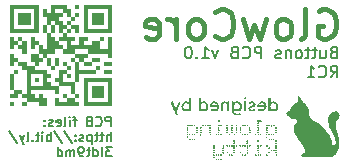
<source format=gbr>
%TF.GenerationSoftware,KiCad,Pcbnew,(6.0.4-0)*%
%TF.CreationDate,2022-07-05T16:22:49+02:00*%
%TF.ProjectId,Button PCB,42757474-6f6e-4205-9043-422e6b696361,rev?*%
%TF.SameCoordinates,Original*%
%TF.FileFunction,Legend,Bot*%
%TF.FilePolarity,Positive*%
%FSLAX46Y46*%
G04 Gerber Fmt 4.6, Leading zero omitted, Abs format (unit mm)*
G04 Created by KiCad (PCBNEW (6.0.4-0)) date 2022-07-05 16:22:49*
%MOMM*%
%LPD*%
G01*
G04 APERTURE LIST*
%ADD10C,0.400000*%
%ADD11C,0.150000*%
G04 APERTURE END LIST*
D10*
X152885238Y-95590000D02*
X153123333Y-95470952D01*
X153480476Y-95470952D01*
X153837619Y-95590000D01*
X154075714Y-95828095D01*
X154194761Y-96066190D01*
X154313809Y-96542380D01*
X154313809Y-96899523D01*
X154194761Y-97375714D01*
X154075714Y-97613809D01*
X153837619Y-97851904D01*
X153480476Y-97970952D01*
X153242380Y-97970952D01*
X152885238Y-97851904D01*
X152766190Y-97732857D01*
X152766190Y-96899523D01*
X153242380Y-96899523D01*
X151337619Y-97970952D02*
X151575714Y-97851904D01*
X151694761Y-97613809D01*
X151694761Y-95470952D01*
X150028095Y-97970952D02*
X150266190Y-97851904D01*
X150385238Y-97732857D01*
X150504285Y-97494761D01*
X150504285Y-96780476D01*
X150385238Y-96542380D01*
X150266190Y-96423333D01*
X150028095Y-96304285D01*
X149670952Y-96304285D01*
X149432857Y-96423333D01*
X149313809Y-96542380D01*
X149194761Y-96780476D01*
X149194761Y-97494761D01*
X149313809Y-97732857D01*
X149432857Y-97851904D01*
X149670952Y-97970952D01*
X150028095Y-97970952D01*
X148361428Y-96304285D02*
X147885238Y-97970952D01*
X147409047Y-96780476D01*
X146932857Y-97970952D01*
X146456666Y-96304285D01*
X144075714Y-97732857D02*
X144194761Y-97851904D01*
X144551904Y-97970952D01*
X144790000Y-97970952D01*
X145147142Y-97851904D01*
X145385238Y-97613809D01*
X145504285Y-97375714D01*
X145623333Y-96899523D01*
X145623333Y-96542380D01*
X145504285Y-96066190D01*
X145385238Y-95828095D01*
X145147142Y-95590000D01*
X144790000Y-95470952D01*
X144551904Y-95470952D01*
X144194761Y-95590000D01*
X144075714Y-95709047D01*
X142647142Y-97970952D02*
X142885238Y-97851904D01*
X143004285Y-97732857D01*
X143123333Y-97494761D01*
X143123333Y-96780476D01*
X143004285Y-96542380D01*
X142885238Y-96423333D01*
X142647142Y-96304285D01*
X142290000Y-96304285D01*
X142051904Y-96423333D01*
X141932857Y-96542380D01*
X141813809Y-96780476D01*
X141813809Y-97494761D01*
X141932857Y-97732857D01*
X142051904Y-97851904D01*
X142290000Y-97970952D01*
X142647142Y-97970952D01*
X140742380Y-97970952D02*
X140742380Y-96304285D01*
X140742380Y-96780476D02*
X140623333Y-96542380D01*
X140504285Y-96423333D01*
X140266190Y-96304285D01*
X140028095Y-96304285D01*
X138242380Y-97851904D02*
X138480476Y-97970952D01*
X138956666Y-97970952D01*
X139194761Y-97851904D01*
X139313809Y-97613809D01*
X139313809Y-96661428D01*
X139194761Y-96423333D01*
X138956666Y-96304285D01*
X138480476Y-96304285D01*
X138242380Y-96423333D01*
X138123333Y-96661428D01*
X138123333Y-96899523D01*
X139313809Y-97137619D01*
D11*
X154091071Y-99103571D02*
X153948214Y-99151190D01*
X153900595Y-99198809D01*
X153852976Y-99294047D01*
X153852976Y-99436904D01*
X153900595Y-99532142D01*
X153948214Y-99579761D01*
X154043452Y-99627380D01*
X154424404Y-99627380D01*
X154424404Y-98627380D01*
X154091071Y-98627380D01*
X153995833Y-98675000D01*
X153948214Y-98722619D01*
X153900595Y-98817857D01*
X153900595Y-98913095D01*
X153948214Y-99008333D01*
X153995833Y-99055952D01*
X154091071Y-99103571D01*
X154424404Y-99103571D01*
X152995833Y-98960714D02*
X152995833Y-99627380D01*
X153424404Y-98960714D02*
X153424404Y-99484523D01*
X153376785Y-99579761D01*
X153281547Y-99627380D01*
X153138690Y-99627380D01*
X153043452Y-99579761D01*
X152995833Y-99532142D01*
X152662500Y-98960714D02*
X152281547Y-98960714D01*
X152519642Y-98627380D02*
X152519642Y-99484523D01*
X152472023Y-99579761D01*
X152376785Y-99627380D01*
X152281547Y-99627380D01*
X152091071Y-98960714D02*
X151710119Y-98960714D01*
X151948214Y-98627380D02*
X151948214Y-99484523D01*
X151900595Y-99579761D01*
X151805357Y-99627380D01*
X151710119Y-99627380D01*
X151233928Y-99627380D02*
X151329166Y-99579761D01*
X151376785Y-99532142D01*
X151424404Y-99436904D01*
X151424404Y-99151190D01*
X151376785Y-99055952D01*
X151329166Y-99008333D01*
X151233928Y-98960714D01*
X151091071Y-98960714D01*
X150995833Y-99008333D01*
X150948214Y-99055952D01*
X150900595Y-99151190D01*
X150900595Y-99436904D01*
X150948214Y-99532142D01*
X150995833Y-99579761D01*
X151091071Y-99627380D01*
X151233928Y-99627380D01*
X150472023Y-98960714D02*
X150472023Y-99627380D01*
X150472023Y-99055952D02*
X150424404Y-99008333D01*
X150329166Y-98960714D01*
X150186309Y-98960714D01*
X150091071Y-99008333D01*
X150043452Y-99103571D01*
X150043452Y-99627380D01*
X149614880Y-99579761D02*
X149519642Y-99627380D01*
X149329166Y-99627380D01*
X149233928Y-99579761D01*
X149186309Y-99484523D01*
X149186309Y-99436904D01*
X149233928Y-99341666D01*
X149329166Y-99294047D01*
X149472023Y-99294047D01*
X149567261Y-99246428D01*
X149614880Y-99151190D01*
X149614880Y-99103571D01*
X149567261Y-99008333D01*
X149472023Y-98960714D01*
X149329166Y-98960714D01*
X149233928Y-99008333D01*
X147995833Y-99627380D02*
X147995833Y-98627380D01*
X147614880Y-98627380D01*
X147519642Y-98675000D01*
X147472023Y-98722619D01*
X147424404Y-98817857D01*
X147424404Y-98960714D01*
X147472023Y-99055952D01*
X147519642Y-99103571D01*
X147614880Y-99151190D01*
X147995833Y-99151190D01*
X146424404Y-99532142D02*
X146472023Y-99579761D01*
X146614880Y-99627380D01*
X146710119Y-99627380D01*
X146852976Y-99579761D01*
X146948214Y-99484523D01*
X146995833Y-99389285D01*
X147043452Y-99198809D01*
X147043452Y-99055952D01*
X146995833Y-98865476D01*
X146948214Y-98770238D01*
X146852976Y-98675000D01*
X146710119Y-98627380D01*
X146614880Y-98627380D01*
X146472023Y-98675000D01*
X146424404Y-98722619D01*
X145662500Y-99103571D02*
X145519642Y-99151190D01*
X145472023Y-99198809D01*
X145424404Y-99294047D01*
X145424404Y-99436904D01*
X145472023Y-99532142D01*
X145519642Y-99579761D01*
X145614880Y-99627380D01*
X145995833Y-99627380D01*
X145995833Y-98627380D01*
X145662500Y-98627380D01*
X145567261Y-98675000D01*
X145519642Y-98722619D01*
X145472023Y-98817857D01*
X145472023Y-98913095D01*
X145519642Y-99008333D01*
X145567261Y-99055952D01*
X145662500Y-99103571D01*
X145995833Y-99103571D01*
X144329166Y-98960714D02*
X144091071Y-99627380D01*
X143852976Y-98960714D01*
X142948214Y-99627380D02*
X143519642Y-99627380D01*
X143233928Y-99627380D02*
X143233928Y-98627380D01*
X143329166Y-98770238D01*
X143424404Y-98865476D01*
X143519642Y-98913095D01*
X142519642Y-99532142D02*
X142472023Y-99579761D01*
X142519642Y-99627380D01*
X142567261Y-99579761D01*
X142519642Y-99532142D01*
X142519642Y-99627380D01*
X141852976Y-98627380D02*
X141757738Y-98627380D01*
X141662500Y-98675000D01*
X141614880Y-98722619D01*
X141567261Y-98817857D01*
X141519642Y-99008333D01*
X141519642Y-99246428D01*
X141567261Y-99436904D01*
X141614880Y-99532142D01*
X141662500Y-99579761D01*
X141757738Y-99627380D01*
X141852976Y-99627380D01*
X141948214Y-99579761D01*
X141995833Y-99532142D01*
X142043452Y-99436904D01*
X142091071Y-99246428D01*
X142091071Y-99008333D01*
X142043452Y-98817857D01*
X141995833Y-98722619D01*
X141948214Y-98675000D01*
X141852976Y-98627380D01*
X153852976Y-101237380D02*
X154186309Y-100761190D01*
X154424404Y-101237380D02*
X154424404Y-100237380D01*
X154043452Y-100237380D01*
X153948214Y-100285000D01*
X153900595Y-100332619D01*
X153852976Y-100427857D01*
X153852976Y-100570714D01*
X153900595Y-100665952D01*
X153948214Y-100713571D01*
X154043452Y-100761190D01*
X154424404Y-100761190D01*
X152852976Y-101142142D02*
X152900595Y-101189761D01*
X153043452Y-101237380D01*
X153138690Y-101237380D01*
X153281547Y-101189761D01*
X153376785Y-101094523D01*
X153424404Y-100999285D01*
X153472023Y-100808809D01*
X153472023Y-100665952D01*
X153424404Y-100475476D01*
X153376785Y-100380238D01*
X153281547Y-100285000D01*
X153138690Y-100237380D01*
X153043452Y-100237380D01*
X152900595Y-100285000D01*
X152852976Y-100332619D01*
X151900595Y-101237380D02*
X152472023Y-101237380D01*
X152186309Y-101237380D02*
X152186309Y-100237380D01*
X152281547Y-100380238D01*
X152376785Y-100475476D01*
X152472023Y-100523095D01*
X135252023Y-105353904D02*
X135252023Y-104553904D01*
X134947261Y-104553904D01*
X134871071Y-104592000D01*
X134832976Y-104630095D01*
X134794880Y-104706285D01*
X134794880Y-104820571D01*
X134832976Y-104896761D01*
X134871071Y-104934857D01*
X134947261Y-104972952D01*
X135252023Y-104972952D01*
X133994880Y-105277714D02*
X134032976Y-105315809D01*
X134147261Y-105353904D01*
X134223452Y-105353904D01*
X134337738Y-105315809D01*
X134413928Y-105239619D01*
X134452023Y-105163428D01*
X134490119Y-105011047D01*
X134490119Y-104896761D01*
X134452023Y-104744380D01*
X134413928Y-104668190D01*
X134337738Y-104592000D01*
X134223452Y-104553904D01*
X134147261Y-104553904D01*
X134032976Y-104592000D01*
X133994880Y-104630095D01*
X133385357Y-104934857D02*
X133271071Y-104972952D01*
X133232976Y-105011047D01*
X133194880Y-105087238D01*
X133194880Y-105201523D01*
X133232976Y-105277714D01*
X133271071Y-105315809D01*
X133347261Y-105353904D01*
X133652023Y-105353904D01*
X133652023Y-104553904D01*
X133385357Y-104553904D01*
X133309166Y-104592000D01*
X133271071Y-104630095D01*
X133232976Y-104706285D01*
X133232976Y-104782476D01*
X133271071Y-104858666D01*
X133309166Y-104896761D01*
X133385357Y-104934857D01*
X133652023Y-104934857D01*
X132356785Y-104820571D02*
X132052023Y-104820571D01*
X132242500Y-105353904D02*
X132242500Y-104668190D01*
X132204404Y-104592000D01*
X132128214Y-104553904D01*
X132052023Y-104553904D01*
X131785357Y-105353904D02*
X131785357Y-104820571D01*
X131785357Y-104553904D02*
X131823452Y-104592000D01*
X131785357Y-104630095D01*
X131747261Y-104592000D01*
X131785357Y-104553904D01*
X131785357Y-104630095D01*
X131290119Y-105353904D02*
X131366309Y-105315809D01*
X131404404Y-105239619D01*
X131404404Y-104553904D01*
X130680595Y-105315809D02*
X130756785Y-105353904D01*
X130909166Y-105353904D01*
X130985357Y-105315809D01*
X131023452Y-105239619D01*
X131023452Y-104934857D01*
X130985357Y-104858666D01*
X130909166Y-104820571D01*
X130756785Y-104820571D01*
X130680595Y-104858666D01*
X130642499Y-104934857D01*
X130642499Y-105011047D01*
X131023452Y-105087238D01*
X130337738Y-105315809D02*
X130261547Y-105353904D01*
X130109166Y-105353904D01*
X130032976Y-105315809D01*
X129994880Y-105239619D01*
X129994880Y-105201523D01*
X130032976Y-105125333D01*
X130109166Y-105087238D01*
X130223452Y-105087238D01*
X130299642Y-105049142D01*
X130337738Y-104972952D01*
X130337738Y-104934857D01*
X130299642Y-104858666D01*
X130223452Y-104820571D01*
X130109166Y-104820571D01*
X130032976Y-104858666D01*
X129652023Y-105277714D02*
X129613928Y-105315809D01*
X129652023Y-105353904D01*
X129690119Y-105315809D01*
X129652023Y-105277714D01*
X129652023Y-105353904D01*
X129652023Y-104858666D02*
X129613928Y-104896761D01*
X129652023Y-104934857D01*
X129690119Y-104896761D01*
X129652023Y-104858666D01*
X129652023Y-104934857D01*
X135252023Y-106641904D02*
X135252023Y-105841904D01*
X134909166Y-106641904D02*
X134909166Y-106222857D01*
X134947261Y-106146666D01*
X135023452Y-106108571D01*
X135137738Y-106108571D01*
X135213928Y-106146666D01*
X135252023Y-106184761D01*
X134642500Y-106108571D02*
X134337738Y-106108571D01*
X134528214Y-105841904D02*
X134528214Y-106527619D01*
X134490119Y-106603809D01*
X134413928Y-106641904D01*
X134337738Y-106641904D01*
X134185357Y-106108571D02*
X133880595Y-106108571D01*
X134071071Y-105841904D02*
X134071071Y-106527619D01*
X134032976Y-106603809D01*
X133956785Y-106641904D01*
X133880595Y-106641904D01*
X133613928Y-106108571D02*
X133613928Y-106908571D01*
X133613928Y-106146666D02*
X133537738Y-106108571D01*
X133385357Y-106108571D01*
X133309166Y-106146666D01*
X133271071Y-106184761D01*
X133232976Y-106260952D01*
X133232976Y-106489523D01*
X133271071Y-106565714D01*
X133309166Y-106603809D01*
X133385357Y-106641904D01*
X133537738Y-106641904D01*
X133613928Y-106603809D01*
X132928214Y-106603809D02*
X132852023Y-106641904D01*
X132699642Y-106641904D01*
X132623452Y-106603809D01*
X132585357Y-106527619D01*
X132585357Y-106489523D01*
X132623452Y-106413333D01*
X132699642Y-106375238D01*
X132813928Y-106375238D01*
X132890119Y-106337142D01*
X132928214Y-106260952D01*
X132928214Y-106222857D01*
X132890119Y-106146666D01*
X132813928Y-106108571D01*
X132699642Y-106108571D01*
X132623452Y-106146666D01*
X132242500Y-106565714D02*
X132204404Y-106603809D01*
X132242500Y-106641904D01*
X132280595Y-106603809D01*
X132242500Y-106565714D01*
X132242500Y-106641904D01*
X132242500Y-106146666D02*
X132204404Y-106184761D01*
X132242500Y-106222857D01*
X132280595Y-106184761D01*
X132242500Y-106146666D01*
X132242500Y-106222857D01*
X131290119Y-105803809D02*
X131975833Y-106832380D01*
X130452023Y-105803809D02*
X131137738Y-106832380D01*
X130185357Y-106641904D02*
X130185357Y-105841904D01*
X130185357Y-106146666D02*
X130109166Y-106108571D01*
X129956785Y-106108571D01*
X129880595Y-106146666D01*
X129842500Y-106184761D01*
X129804404Y-106260952D01*
X129804404Y-106489523D01*
X129842500Y-106565714D01*
X129880595Y-106603809D01*
X129956785Y-106641904D01*
X130109166Y-106641904D01*
X130185357Y-106603809D01*
X129461547Y-106641904D02*
X129461547Y-106108571D01*
X129461547Y-105841904D02*
X129499642Y-105880000D01*
X129461547Y-105918095D01*
X129423452Y-105880000D01*
X129461547Y-105841904D01*
X129461547Y-105918095D01*
X129194880Y-106108571D02*
X128890119Y-106108571D01*
X129080595Y-105841904D02*
X129080595Y-106527619D01*
X129042500Y-106603809D01*
X128966309Y-106641904D01*
X128890119Y-106641904D01*
X128623452Y-106565714D02*
X128585357Y-106603809D01*
X128623452Y-106641904D01*
X128661547Y-106603809D01*
X128623452Y-106565714D01*
X128623452Y-106641904D01*
X128128214Y-106641904D02*
X128204404Y-106603809D01*
X128242500Y-106527619D01*
X128242500Y-105841904D01*
X127899642Y-106108571D02*
X127709166Y-106641904D01*
X127518690Y-106108571D02*
X127709166Y-106641904D01*
X127785357Y-106832380D01*
X127823452Y-106870476D01*
X127899642Y-106908571D01*
X126642500Y-105803809D02*
X127328214Y-106832380D01*
X135328214Y-107129904D02*
X134832976Y-107129904D01*
X135099642Y-107434666D01*
X134985357Y-107434666D01*
X134909166Y-107472761D01*
X134871071Y-107510857D01*
X134832976Y-107587047D01*
X134832976Y-107777523D01*
X134871071Y-107853714D01*
X134909166Y-107891809D01*
X134985357Y-107929904D01*
X135213928Y-107929904D01*
X135290119Y-107891809D01*
X135328214Y-107853714D01*
X134490119Y-107929904D02*
X134490119Y-107129904D01*
X133766309Y-107929904D02*
X133766309Y-107129904D01*
X133766309Y-107891809D02*
X133842500Y-107929904D01*
X133994880Y-107929904D01*
X134071071Y-107891809D01*
X134109166Y-107853714D01*
X134147261Y-107777523D01*
X134147261Y-107548952D01*
X134109166Y-107472761D01*
X134071071Y-107434666D01*
X133994880Y-107396571D01*
X133842500Y-107396571D01*
X133766309Y-107434666D01*
X133499642Y-107396571D02*
X133194880Y-107396571D01*
X133385357Y-107129904D02*
X133385357Y-107815619D01*
X133347261Y-107891809D01*
X133271071Y-107929904D01*
X133194880Y-107929904D01*
X132890119Y-107929904D02*
X132737738Y-107929904D01*
X132661547Y-107891809D01*
X132623452Y-107853714D01*
X132547261Y-107739428D01*
X132509166Y-107587047D01*
X132509166Y-107282285D01*
X132547261Y-107206095D01*
X132585357Y-107168000D01*
X132661547Y-107129904D01*
X132813928Y-107129904D01*
X132890119Y-107168000D01*
X132928214Y-107206095D01*
X132966309Y-107282285D01*
X132966309Y-107472761D01*
X132928214Y-107548952D01*
X132890119Y-107587047D01*
X132813928Y-107625142D01*
X132661547Y-107625142D01*
X132585357Y-107587047D01*
X132547261Y-107548952D01*
X132509166Y-107472761D01*
X132166309Y-107929904D02*
X132166309Y-107396571D01*
X132166309Y-107472761D02*
X132128214Y-107434666D01*
X132052023Y-107396571D01*
X131937738Y-107396571D01*
X131861547Y-107434666D01*
X131823452Y-107510857D01*
X131823452Y-107929904D01*
X131823452Y-107510857D02*
X131785357Y-107434666D01*
X131709166Y-107396571D01*
X131594880Y-107396571D01*
X131518690Y-107434666D01*
X131480595Y-107510857D01*
X131480595Y-107929904D01*
X130756785Y-107929904D02*
X130756785Y-107129904D01*
X130756785Y-107891809D02*
X130832976Y-107929904D01*
X130985357Y-107929904D01*
X131061547Y-107891809D01*
X131099642Y-107853714D01*
X131137738Y-107777523D01*
X131137738Y-107548952D01*
X131099642Y-107472761D01*
X131061547Y-107434666D01*
X130985357Y-107396571D01*
X130832976Y-107396571D01*
X130756785Y-107434666D01*
%TO.C,G\u002A\u002A\u002A*%
G36*
X132936809Y-103700930D02*
G01*
X132936809Y-103338812D01*
X133298927Y-103338812D01*
X134988812Y-103338812D01*
X134988812Y-101648928D01*
X133298927Y-101648928D01*
X133298927Y-103338812D01*
X132936809Y-103338812D01*
X132936809Y-101286810D01*
X135350930Y-101286810D01*
X135350930Y-103700930D01*
X132936809Y-103700930D01*
G37*
G36*
X128108567Y-103700930D02*
G01*
X127763693Y-103700930D01*
X127763693Y-103356056D01*
X128108567Y-103356056D01*
X128108567Y-103700930D01*
G37*
G36*
X130867562Y-103356056D02*
G01*
X131557311Y-103356056D01*
X131557311Y-103011182D01*
X132247060Y-103011182D01*
X132247060Y-103356056D01*
X132591934Y-103356056D01*
X132591934Y-103700930D01*
X130522688Y-103700930D01*
X130522688Y-103011182D01*
X130867562Y-103011182D01*
X130867562Y-103356056D01*
G37*
G36*
X128798316Y-98182940D02*
G01*
X129143190Y-98182940D01*
X129143190Y-98527814D01*
X128798316Y-98527814D01*
X128798316Y-98872689D01*
X128453442Y-98872689D01*
X128453442Y-97838066D01*
X128798316Y-97838066D01*
X128798316Y-98182940D01*
G37*
G36*
X127763693Y-102666307D02*
G01*
X127418818Y-102666307D01*
X127418818Y-103011182D01*
X126729070Y-103011182D01*
X126729070Y-102666307D01*
X127073944Y-102666307D01*
X127073944Y-102321433D01*
X127763693Y-102321433D01*
X127763693Y-102666307D01*
G37*
G36*
X131557311Y-103011182D02*
G01*
X131212437Y-103011182D01*
X131212437Y-102666307D01*
X131557311Y-102666307D01*
X131557311Y-103011182D01*
G37*
G36*
X132591934Y-103011182D02*
G01*
X132247060Y-103011182D01*
X132247060Y-102666307D01*
X132591934Y-102666307D01*
X132591934Y-103011182D01*
G37*
G36*
X127073944Y-102321433D02*
G01*
X126729070Y-102321433D01*
X126729070Y-100941935D01*
X127073944Y-100941935D01*
X127073944Y-102321433D01*
G37*
G36*
X127418818Y-100941935D02*
G01*
X127073944Y-100941935D01*
X127073944Y-100597061D01*
X127418818Y-100597061D01*
X127418818Y-100941935D01*
G37*
G36*
X134316306Y-100597061D02*
G01*
X133971432Y-100597061D01*
X133971432Y-100252186D01*
X134316306Y-100252186D01*
X134316306Y-100597061D01*
G37*
G36*
X134316306Y-99907312D02*
G01*
X133626558Y-99907312D01*
X133626558Y-99562438D01*
X134316306Y-99562438D01*
X134316306Y-99907312D01*
G37*
G36*
X134661181Y-98182940D02*
G01*
X134316306Y-98182940D01*
X134316306Y-97838066D01*
X134661181Y-97838066D01*
X134661181Y-98182940D01*
G37*
G36*
X132591934Y-96113694D02*
G01*
X132247060Y-96113694D01*
X132247060Y-95768819D01*
X132591934Y-95768819D01*
X132591934Y-96113694D01*
G37*
G36*
X133626558Y-100252186D02*
G01*
X132936809Y-100252186D01*
X132936809Y-99907312D01*
X133626558Y-99907312D01*
X133626558Y-100252186D01*
G37*
G36*
X127073944Y-99562438D02*
G01*
X127418818Y-99562438D01*
X127418818Y-99907312D01*
X127073944Y-99907312D01*
X127073944Y-100252186D01*
X126729070Y-100252186D01*
X126729070Y-99217563D01*
X127073944Y-99217563D01*
X127073944Y-99562438D01*
G37*
G36*
X133281683Y-99217563D02*
G01*
X133281683Y-99562438D01*
X132936809Y-99562438D01*
X132936809Y-99907312D01*
X132591934Y-99907312D01*
X132591934Y-99562438D01*
X132247060Y-99562438D01*
X132247060Y-99217563D01*
X131212437Y-99217563D01*
X131212437Y-98872689D01*
X131557311Y-98872689D01*
X131557311Y-98182940D01*
X130867562Y-98182940D01*
X130867562Y-98527814D01*
X131212437Y-98527814D01*
X131212437Y-98872689D01*
X130522688Y-98872689D01*
X130522688Y-99217563D01*
X129832939Y-99217563D01*
X129832939Y-99562438D01*
X129488065Y-99562438D01*
X129488065Y-99217563D01*
X129143190Y-99217563D01*
X129143190Y-99562438D01*
X129488065Y-99562438D01*
X129488065Y-99907312D01*
X129143190Y-99907312D01*
X129143190Y-100252186D01*
X128798316Y-100252186D01*
X128798316Y-100597061D01*
X129832939Y-100597061D01*
X129832939Y-100941935D01*
X130177814Y-100941935D01*
X130177814Y-101286810D01*
X129832939Y-101286810D01*
X129832939Y-101631684D01*
X130177814Y-101631684D01*
X130177814Y-101976558D01*
X130867562Y-101976558D01*
X130867562Y-101631684D01*
X130522688Y-101631684D01*
X130522688Y-101286810D01*
X130867562Y-101286810D01*
X130867562Y-100597061D01*
X131557311Y-100597061D01*
X131557311Y-100941935D01*
X131212437Y-100941935D01*
X131212437Y-101631684D01*
X132247060Y-101631684D01*
X132247060Y-99907312D01*
X132591934Y-99907312D01*
X132591934Y-100597061D01*
X133971432Y-100597061D01*
X133971432Y-100941935D01*
X132591934Y-100941935D01*
X132591934Y-101631684D01*
X132247060Y-101631684D01*
X132247060Y-102666307D01*
X131902186Y-102666307D01*
X131902186Y-101976558D01*
X130867562Y-101976558D01*
X130867562Y-102666307D01*
X130522688Y-102666307D01*
X130522688Y-102321433D01*
X128453442Y-102321433D01*
X128453442Y-102666307D01*
X128798316Y-102666307D01*
X128798316Y-103011182D01*
X129143190Y-103011182D01*
X129143190Y-102666307D01*
X129488065Y-102666307D01*
X129488065Y-103011182D01*
X129832939Y-103011182D01*
X129832939Y-103700930D01*
X129143190Y-103700930D01*
X129143190Y-103356056D01*
X128108567Y-103356056D01*
X128108567Y-103011182D01*
X127763693Y-103011182D01*
X127763693Y-102666307D01*
X128108567Y-102666307D01*
X128108567Y-101976558D01*
X128453442Y-101976558D01*
X129488065Y-101976558D01*
X129488065Y-100941935D01*
X128453442Y-100941935D01*
X128453442Y-101976558D01*
X128108567Y-101976558D01*
X128108567Y-100597061D01*
X127763693Y-100597061D01*
X127763693Y-100252186D01*
X127418818Y-100252186D01*
X127418818Y-99907312D01*
X128108567Y-99907312D01*
X128108567Y-100252186D01*
X128798316Y-100252186D01*
X128798316Y-99907312D01*
X128453442Y-99907312D01*
X128453442Y-99217563D01*
X129143190Y-99217563D01*
X129143190Y-98527814D01*
X129488065Y-98527814D01*
X129488065Y-98872689D01*
X129832939Y-98872689D01*
X129832939Y-97493191D01*
X130177814Y-97493191D01*
X130177814Y-97838066D01*
X130522688Y-97838066D01*
X130522688Y-98182940D01*
X130867562Y-98182940D01*
X130867562Y-97838066D01*
X131212437Y-97838066D01*
X131212437Y-97493191D01*
X130867562Y-97493191D01*
X130867562Y-96803442D01*
X130522688Y-96803442D01*
X130522688Y-96458568D01*
X130177814Y-96458568D01*
X130177814Y-96803442D01*
X129832939Y-96803442D01*
X129832939Y-97493191D01*
X129488065Y-97493191D01*
X129488065Y-96803442D01*
X129832939Y-96803442D01*
X129832939Y-96113694D01*
X129488065Y-96113694D01*
X129488065Y-95423945D01*
X129832939Y-95423945D01*
X129832939Y-95768819D01*
X130177814Y-95768819D01*
X130177814Y-95079070D01*
X131557311Y-95079070D01*
X131557311Y-95423945D01*
X131902186Y-95423945D01*
X131902186Y-96113694D01*
X132247060Y-96113694D01*
X132247060Y-96458568D01*
X131902186Y-96458568D01*
X131902186Y-96113694D01*
X131557311Y-96113694D01*
X131557311Y-95768819D01*
X131212437Y-95768819D01*
X131212437Y-95423945D01*
X130522688Y-95423945D01*
X130522688Y-95768819D01*
X131212437Y-95768819D01*
X131212437Y-96113694D01*
X130867562Y-96113694D01*
X130867562Y-96458568D01*
X131212437Y-96458568D01*
X131212437Y-96803442D01*
X131557311Y-96803442D01*
X131557311Y-96458568D01*
X131902186Y-96458568D01*
X131902186Y-96803442D01*
X131557311Y-96803442D01*
X131557311Y-97148317D01*
X131212437Y-97148317D01*
X131212437Y-97493191D01*
X131557311Y-97493191D01*
X131557311Y-97838066D01*
X132247060Y-97838066D01*
X132247060Y-98182940D01*
X131902186Y-98182940D01*
X131902186Y-98527814D01*
X132591934Y-98527814D01*
X132591934Y-97838066D01*
X133281683Y-97838066D01*
X133281683Y-98182940D01*
X132936809Y-98182940D01*
X132936809Y-98527814D01*
X133626558Y-98527814D01*
X133626558Y-98182940D01*
X134316306Y-98182940D01*
X134316306Y-98872689D01*
X135006055Y-98872689D01*
X135006055Y-97838066D01*
X135350930Y-97838066D01*
X135350930Y-99562438D01*
X135006055Y-99562438D01*
X135006055Y-99217563D01*
X133281683Y-99217563D01*
X133281683Y-98872689D01*
X132247060Y-98872689D01*
X132247060Y-99217563D01*
X133281683Y-99217563D01*
G37*
G36*
X132591934Y-96803442D02*
G01*
X132591934Y-97493191D01*
X132247060Y-97493191D01*
X132247060Y-97148317D01*
X131902186Y-97148317D01*
X131902186Y-96803442D01*
X132591934Y-96803442D01*
G37*
G36*
X131902186Y-97148317D02*
G01*
X131902186Y-97493191D01*
X131557311Y-97493191D01*
X131557311Y-97148317D01*
X131902186Y-97148317D01*
G37*
G36*
X127073944Y-103700930D02*
G01*
X126729070Y-103700930D01*
X126729070Y-103356056D01*
X127073944Y-103356056D01*
X127073944Y-103700930D01*
G37*
G36*
X135350930Y-100941935D02*
G01*
X134661181Y-100941935D01*
X134661181Y-100597061D01*
X135350930Y-100597061D01*
X135350930Y-100941935D01*
G37*
G36*
X135350930Y-100252186D02*
G01*
X134661181Y-100252186D01*
X134661181Y-99907312D01*
X135350930Y-99907312D01*
X135350930Y-100252186D01*
G37*
G36*
X127763693Y-98182940D02*
G01*
X128108567Y-98182940D01*
X128108567Y-99217563D01*
X127763693Y-99217563D01*
X127763693Y-98872689D01*
X127418818Y-98872689D01*
X127418818Y-98527814D01*
X127763693Y-98527814D01*
X127763693Y-98182940D01*
G37*
G36*
X127073944Y-98182940D02*
G01*
X127418818Y-98182940D01*
X127418818Y-97838066D01*
X127763693Y-97838066D01*
X127763693Y-98182940D01*
X127418818Y-98182940D01*
X127418818Y-98527814D01*
X127073944Y-98527814D01*
X127073944Y-98872689D01*
X126729070Y-98872689D01*
X126729070Y-97838066D01*
X127073944Y-97838066D01*
X127073944Y-98182940D01*
G37*
G36*
X132936809Y-97493191D02*
G01*
X132936809Y-97131073D01*
X133298927Y-97131073D01*
X134988812Y-97131073D01*
X134988812Y-95441188D01*
X133298927Y-95441188D01*
X133298927Y-97131073D01*
X132936809Y-97131073D01*
X132936809Y-95079070D01*
X135350930Y-95079070D01*
X135350930Y-97493191D01*
X132936809Y-97493191D01*
G37*
G36*
X126729070Y-97493191D02*
G01*
X126729070Y-97131073D01*
X127091188Y-97131073D01*
X128781072Y-97131073D01*
X128781072Y-95441188D01*
X127091188Y-95441188D01*
X127091188Y-97131073D01*
X126729070Y-97131073D01*
X126729070Y-95079070D01*
X129143190Y-95079070D01*
X129143190Y-97493191D01*
X126729070Y-97493191D01*
G37*
G36*
X132591934Y-95423945D02*
G01*
X132247060Y-95423945D01*
X132247060Y-95079070D01*
X132591934Y-95079070D01*
X132591934Y-95423945D01*
G37*
G36*
X134661181Y-103011182D02*
G01*
X133626558Y-103011182D01*
X133626558Y-101976558D01*
X134661181Y-101976558D01*
X134661181Y-103011182D01*
G37*
G36*
X131902186Y-101286810D02*
G01*
X131557311Y-101286810D01*
X131557311Y-100941935D01*
X131902186Y-100941935D01*
X131902186Y-101286810D01*
G37*
G36*
X131902186Y-100597061D02*
G01*
X131557311Y-100597061D01*
X131557311Y-100252186D01*
X131902186Y-100252186D01*
X131902186Y-100597061D01*
G37*
G36*
X131557311Y-100252186D02*
G01*
X131212437Y-100252186D01*
X131212437Y-99907312D01*
X131557311Y-99907312D01*
X131557311Y-100252186D01*
G37*
G36*
X130522688Y-100597061D02*
G01*
X130177814Y-100597061D01*
X130177814Y-100252186D01*
X130522688Y-100252186D01*
X130522688Y-100597061D01*
G37*
G36*
X130177814Y-100252186D02*
G01*
X129832939Y-100252186D01*
X129832939Y-99562438D01*
X130177814Y-99562438D01*
X130177814Y-100252186D01*
G37*
G36*
X130867562Y-100252186D02*
G01*
X130522688Y-100252186D01*
X130522688Y-99562438D01*
X130867562Y-99562438D01*
X130867562Y-100252186D01*
G37*
G36*
X132247060Y-99907312D02*
G01*
X131902186Y-99907312D01*
X131902186Y-99562438D01*
X132247060Y-99562438D01*
X132247060Y-99907312D01*
G37*
G36*
X130522688Y-97493191D02*
G01*
X130177814Y-97493191D01*
X130177814Y-96803442D01*
X130522688Y-96803442D01*
X130522688Y-97493191D01*
G37*
G36*
X129143190Y-101631684D02*
G01*
X128798316Y-101631684D01*
X128798316Y-101286810D01*
X129143190Y-101286810D01*
X129143190Y-101631684D01*
G37*
G36*
X134661181Y-96803442D02*
G01*
X133626558Y-96803442D01*
X133626558Y-95768819D01*
X134661181Y-95768819D01*
X134661181Y-96803442D01*
G37*
G36*
X128453442Y-96803442D02*
G01*
X127418818Y-96803442D01*
X127418818Y-95768819D01*
X128453442Y-95768819D01*
X128453442Y-96803442D01*
G37*
%TO.C,designedby*%
G36*
X149305945Y-106962049D02*
G01*
X149325660Y-107008722D01*
X149313208Y-107064257D01*
X149295232Y-107087115D01*
X149253022Y-107104668D01*
X149207962Y-107095946D01*
X149172095Y-107064765D01*
X149157463Y-107014937D01*
X149169049Y-106970298D01*
X149207214Y-106938606D01*
X149262721Y-106936644D01*
X149305945Y-106962049D01*
G37*
G36*
X147962736Y-107753323D02*
G01*
X147989364Y-107783570D01*
X147984804Y-107833340D01*
X147967767Y-107852068D01*
X147919615Y-107857614D01*
X147907566Y-107855896D01*
X147874617Y-107840227D01*
X147866102Y-107802911D01*
X147866469Y-107791938D01*
X147879563Y-107760540D01*
X147919615Y-107748209D01*
X147962736Y-107753323D01*
G37*
G36*
X149272827Y-105635397D02*
G01*
X149303286Y-105665266D01*
X149311213Y-105710184D01*
X149292509Y-105755280D01*
X149276393Y-105770771D01*
X149234004Y-105780938D01*
X149187979Y-105752824D01*
X149162086Y-105707403D01*
X149168851Y-105665506D01*
X149202805Y-105636933D01*
X149258344Y-105631352D01*
X149272827Y-105635397D01*
G37*
G36*
X146647563Y-105231982D02*
G01*
X146672003Y-105257835D01*
X146689614Y-105311547D01*
X146683215Y-105368484D01*
X146662760Y-105387487D01*
X146608858Y-105391346D01*
X146568954Y-105384436D01*
X146549516Y-105364643D01*
X146545613Y-105319401D01*
X146547657Y-105292596D01*
X146567511Y-105243231D01*
X146603056Y-105221104D01*
X146647563Y-105231982D01*
G37*
G36*
X147064108Y-106954668D02*
G01*
X147086307Y-106999094D01*
X147077362Y-107060860D01*
X147059111Y-107088523D01*
X147019282Y-107106069D01*
X146975020Y-107099659D01*
X146939096Y-107072163D01*
X146924283Y-107026453D01*
X146936629Y-106971916D01*
X146973485Y-106938414D01*
X147028515Y-106936387D01*
X147064108Y-106954668D01*
G37*
G36*
X141802772Y-105245413D02*
G01*
X141831875Y-105281217D01*
X141837779Y-105326390D01*
X141813213Y-105371657D01*
X141793693Y-105384444D01*
X141749130Y-105394960D01*
X141713960Y-105388274D01*
X141676532Y-105358278D01*
X141660929Y-105315051D01*
X141670310Y-105270665D01*
X141707836Y-105237194D01*
X141757736Y-105228252D01*
X141802772Y-105245413D01*
G37*
G36*
X143096375Y-105231009D02*
G01*
X143130834Y-105262522D01*
X143146910Y-105308048D01*
X143135905Y-105359262D01*
X143133845Y-105362770D01*
X143097507Y-105389200D01*
X143048596Y-105392746D01*
X143005537Y-105371657D01*
X142986024Y-105334656D01*
X142986396Y-105282186D01*
X143011110Y-105239818D01*
X143052235Y-105221836D01*
X143096375Y-105231009D01*
G37*
G36*
X144409448Y-104835016D02*
G01*
X144452669Y-104862907D01*
X144471445Y-104910135D01*
X144459390Y-104965287D01*
X144437296Y-104990881D01*
X144383600Y-105006581D01*
X144344021Y-105001686D01*
X144298967Y-104972494D01*
X144283304Y-104919196D01*
X144289105Y-104884161D01*
X144322920Y-104845266D01*
X144384699Y-104831810D01*
X144409448Y-104835016D01*
G37*
G36*
X146463109Y-105240742D02*
G01*
X146492317Y-105278210D01*
X146498021Y-105325683D01*
X146473763Y-105371657D01*
X146465884Y-105378529D01*
X146420053Y-105395121D01*
X146373965Y-105385448D01*
X146343986Y-105351992D01*
X146334266Y-105304344D01*
X146348867Y-105254994D01*
X146392834Y-105227518D01*
X146416855Y-105224781D01*
X146463109Y-105240742D01*
G37*
G36*
X148492364Y-105231982D02*
G01*
X148516804Y-105257835D01*
X148534415Y-105311547D01*
X148528016Y-105368484D01*
X148507562Y-105387487D01*
X148453659Y-105391346D01*
X148413755Y-105384436D01*
X148394317Y-105364643D01*
X148390414Y-105319401D01*
X148392458Y-105292596D01*
X148412313Y-105243231D01*
X148447857Y-105221104D01*
X148492364Y-105231982D01*
G37*
G36*
X148884448Y-107344266D02*
G01*
X148914906Y-107374134D01*
X148922834Y-107419052D01*
X148904130Y-107464148D01*
X148887021Y-107481284D01*
X148854017Y-107490454D01*
X148806645Y-107472106D01*
X148781477Y-107451318D01*
X148769317Y-107412495D01*
X148783407Y-107373966D01*
X148818653Y-107346339D01*
X148869965Y-107340220D01*
X148884448Y-107344266D01*
G37*
G36*
X142356706Y-106043576D02*
G01*
X142390649Y-106069921D01*
X142396673Y-106108090D01*
X142370761Y-106144828D01*
X142348148Y-106156820D01*
X142305041Y-106155366D01*
X142275553Y-106121670D01*
X142270228Y-106082621D01*
X142291819Y-106048453D01*
X142338868Y-106039590D01*
X142356706Y-106043576D01*
G37*
G36*
X147244100Y-103262416D02*
G01*
X147332589Y-103284649D01*
X147408372Y-103326346D01*
X147465257Y-103385190D01*
X147497051Y-103458862D01*
X147497562Y-103545043D01*
X147489739Y-103575690D01*
X147462424Y-103626701D01*
X147414221Y-103670397D01*
X147339324Y-103711348D01*
X147231926Y-103754124D01*
X147188505Y-103770009D01*
X147125650Y-103795478D01*
X147088826Y-103816510D01*
X147070690Y-103837930D01*
X147063898Y-103864567D01*
X147067096Y-103902013D01*
X147096585Y-103943249D01*
X147148323Y-103967032D01*
X147214229Y-103971865D01*
X147286223Y-103956253D01*
X147356223Y-103918698D01*
X147410778Y-103878364D01*
X147470330Y-103920768D01*
X147529882Y-103963173D01*
X147482767Y-104010287D01*
X147476197Y-104016465D01*
X147421901Y-104054639D01*
X147359593Y-104084503D01*
X147302164Y-104100988D01*
X147195452Y-104110858D01*
X147098409Y-104094841D01*
X147015866Y-104056615D01*
X146952652Y-103999859D01*
X146913599Y-103928254D01*
X146903535Y-103845477D01*
X146927292Y-103755209D01*
X146950755Y-103725970D01*
X147001461Y-103686231D01*
X147064613Y-103648200D01*
X147127069Y-103619647D01*
X147175687Y-103608343D01*
X147220992Y-103598156D01*
X147274123Y-103566925D01*
X147315445Y-103524760D01*
X147332081Y-103482062D01*
X147329300Y-103461269D01*
X147301614Y-103422489D01*
X147251198Y-103401928D01*
X147186665Y-103400347D01*
X147116629Y-103418506D01*
X147049706Y-103457163D01*
X146996418Y-103499079D01*
X146948279Y-103443115D01*
X146900140Y-103387150D01*
X146955904Y-103342274D01*
X146964335Y-103335687D01*
X147053780Y-103285616D01*
X147149100Y-103261965D01*
X147244100Y-103262416D01*
G37*
G36*
X148876991Y-106431719D02*
G01*
X148901157Y-106464441D01*
X148897994Y-106511550D01*
X148896625Y-106514604D01*
X148868141Y-106536137D01*
X148828140Y-106538982D01*
X148798105Y-106521086D01*
X148795991Y-106517220D01*
X148793704Y-106477473D01*
X148814384Y-106440479D01*
X148848678Y-106424165D01*
X148876991Y-106431719D01*
G37*
G36*
X147768546Y-106044455D02*
G01*
X147795174Y-106074701D01*
X147790615Y-106124472D01*
X147773577Y-106143200D01*
X147725425Y-106148745D01*
X147713376Y-106147027D01*
X147680428Y-106131358D01*
X147671913Y-106094043D01*
X147672279Y-106083070D01*
X147685373Y-106051672D01*
X147725425Y-106039340D01*
X147768546Y-106044455D01*
G37*
G36*
X141775283Y-105639037D02*
G01*
X141803184Y-105653590D01*
X141813797Y-105693847D01*
X141811584Y-105736090D01*
X141794378Y-105766371D01*
X141781808Y-105773208D01*
X141749130Y-105782745D01*
X141724767Y-105778631D01*
X141691766Y-105748118D01*
X141684463Y-105693847D01*
X141688714Y-105668787D01*
X141706700Y-105643497D01*
X141749130Y-105637697D01*
X141775283Y-105639037D01*
G37*
G36*
X146844234Y-106545258D02*
G01*
X146889052Y-106574601D01*
X146904864Y-106628064D01*
X146901017Y-106654288D01*
X146881561Y-106692147D01*
X146855125Y-106706972D01*
X146807769Y-106715449D01*
X146771305Y-106710870D01*
X146726486Y-106681528D01*
X146710674Y-106628064D01*
X146715763Y-106595246D01*
X146748365Y-106554909D01*
X146807769Y-106540679D01*
X146844234Y-106545258D01*
G37*
G36*
X146838517Y-106037571D02*
G01*
X146861214Y-106052779D01*
X146866026Y-106094043D01*
X146864241Y-106124790D01*
X146849032Y-106147488D01*
X146807769Y-106152300D01*
X146777021Y-106150515D01*
X146754324Y-106135306D01*
X146749512Y-106094043D01*
X146751297Y-106063295D01*
X146766506Y-106040598D01*
X146807769Y-106035786D01*
X146838517Y-106037571D01*
G37*
G36*
X144205061Y-108146792D02*
G01*
X144231469Y-108178101D01*
X144232999Y-108217998D01*
X144218424Y-108237967D01*
X144184558Y-108246802D01*
X144150461Y-108231730D01*
X144131445Y-108196058D01*
X144132886Y-108167875D01*
X144157225Y-108140001D01*
X144166786Y-108137461D01*
X144205061Y-108146792D01*
G37*
G36*
X146647927Y-102892766D02*
G01*
X146696828Y-102920228D01*
X146725017Y-102967294D01*
X146727573Y-103022156D01*
X146699578Y-103073007D01*
X146665308Y-103095464D01*
X146607489Y-103100044D01*
X146551997Y-103071385D01*
X146533832Y-103050218D01*
X146517559Y-102997407D01*
X146530068Y-102945387D01*
X146566824Y-102905707D01*
X146623289Y-102889914D01*
X146647927Y-102892766D01*
G37*
G36*
X147752542Y-105434304D02*
G01*
X147795674Y-105453916D01*
X147812474Y-105495378D01*
X147798529Y-105549578D01*
X147767525Y-105580757D01*
X147720845Y-105586019D01*
X147673300Y-105558634D01*
X147647980Y-105519672D01*
X147650114Y-105477141D01*
X147683040Y-105445928D01*
X147742454Y-105433798D01*
X147752542Y-105434304D01*
G37*
G36*
X146246303Y-107541378D02*
G01*
X146274574Y-107568203D01*
X146284994Y-107609517D01*
X146276862Y-107649384D01*
X146249474Y-107671869D01*
X146205227Y-107671277D01*
X146164286Y-107648593D01*
X146147524Y-107610416D01*
X146158234Y-107572237D01*
X146194564Y-107541962D01*
X146243687Y-107540459D01*
X146246303Y-107541378D01*
G37*
G36*
X148489128Y-106037571D02*
G01*
X148511826Y-106052779D01*
X148516638Y-106094043D01*
X148514853Y-106124790D01*
X148499644Y-106147488D01*
X148458381Y-106152300D01*
X148427633Y-106150515D01*
X148404936Y-106135306D01*
X148400124Y-106094043D01*
X148401909Y-106063295D01*
X148417117Y-106040598D01*
X148458381Y-106035786D01*
X148489128Y-106037571D01*
G37*
G36*
X145332741Y-107744271D02*
G01*
X145360649Y-107774250D01*
X145361769Y-107820084D01*
X145360971Y-107822524D01*
X145339084Y-107853259D01*
X145296278Y-107857442D01*
X145266905Y-107848163D01*
X145239871Y-107817428D01*
X145239749Y-107779052D01*
X145269810Y-107746721D01*
X145289513Y-107739295D01*
X145332741Y-107744271D01*
G37*
G36*
X149083942Y-106044700D02*
G01*
X149110148Y-106074981D01*
X149105826Y-106124222D01*
X149089349Y-106142431D01*
X149043324Y-106148495D01*
X149035985Y-106147508D01*
X149001502Y-106132111D01*
X148992402Y-106094043D01*
X148992545Y-106087030D01*
X149004501Y-106052768D01*
X149043324Y-106039590D01*
X149083942Y-106044700D01*
G37*
G36*
X143479488Y-103835210D02*
G01*
X143455477Y-103890277D01*
X143396707Y-103975599D01*
X143322737Y-104046085D01*
X143244390Y-104090004D01*
X143184111Y-104104788D01*
X143074281Y-104105771D01*
X142968981Y-104077438D01*
X142880995Y-104022173D01*
X142861409Y-104005822D01*
X142848646Y-104007177D01*
X142846301Y-104042333D01*
X142846242Y-104049244D01*
X142840768Y-104078919D01*
X142818566Y-104091365D01*
X142768625Y-104093890D01*
X142690950Y-104093890D01*
X142690950Y-103684845D01*
X142846301Y-103684845D01*
X142851293Y-103743186D01*
X142886925Y-103840102D01*
X142955336Y-103917405D01*
X142981659Y-103933699D01*
X143057090Y-103954761D01*
X143141203Y-103953355D01*
X143217563Y-103928769D01*
X143248131Y-103907272D01*
X143296341Y-103842960D01*
X143323461Y-103760378D01*
X143329443Y-103669255D01*
X143314235Y-103579319D01*
X143277788Y-103500297D01*
X143220052Y-103441918D01*
X143209402Y-103435576D01*
X143134577Y-103411842D01*
X143050519Y-103410066D01*
X142977218Y-103431133D01*
X142943031Y-103456670D01*
X142894071Y-103521068D01*
X142859438Y-103601757D01*
X142846301Y-103684845D01*
X142690950Y-103684845D01*
X142690950Y-102948171D01*
X142846301Y-102948171D01*
X142846301Y-103152070D01*
X142846855Y-103217311D01*
X142849037Y-103288995D01*
X142852488Y-103337889D01*
X142856797Y-103355969D01*
X142857899Y-103355824D01*
X142881645Y-103343297D01*
X142920355Y-103316739D01*
X142981278Y-103286935D01*
X143067560Y-103267458D01*
X143158861Y-103263220D01*
X143238477Y-103276342D01*
X143262900Y-103286228D01*
X143338023Y-103334698D01*
X143408608Y-103402859D01*
X143461028Y-103478342D01*
X143477026Y-103515925D01*
X143499032Y-103618343D01*
X143499536Y-103669255D01*
X143500140Y-103730320D01*
X143479488Y-103835210D01*
G37*
G36*
X148489128Y-107746439D02*
G01*
X148511826Y-107761648D01*
X148516638Y-107802911D01*
X148514853Y-107833659D01*
X148499644Y-107856356D01*
X148458381Y-107861168D01*
X148427633Y-107859383D01*
X148404936Y-107844175D01*
X148400124Y-107802911D01*
X148401909Y-107772163D01*
X148417117Y-107749466D01*
X148458381Y-107744654D01*
X148489128Y-107746439D01*
G37*
G36*
X145535366Y-107753323D02*
G01*
X145561994Y-107783570D01*
X145557434Y-107833340D01*
X145540397Y-107852068D01*
X145492245Y-107857614D01*
X145480196Y-107855896D01*
X145447247Y-107840227D01*
X145438732Y-107802911D01*
X145439099Y-107791938D01*
X145452193Y-107760540D01*
X145492245Y-107748209D01*
X145535366Y-107753323D01*
G37*
G36*
X144406394Y-107751660D02*
G01*
X144434526Y-107783461D01*
X144431634Y-107832040D01*
X144413896Y-107850454D01*
X144373377Y-107861168D01*
X144340360Y-107854163D01*
X144312227Y-107822362D01*
X144315120Y-107773783D01*
X144332857Y-107755368D01*
X144373377Y-107744654D01*
X144406394Y-107751660D01*
G37*
G36*
X144022831Y-107946518D02*
G01*
X144046456Y-107979360D01*
X144043254Y-108026229D01*
X144030863Y-108042028D01*
X143993561Y-108054310D01*
X143952257Y-108048092D01*
X143925796Y-108023768D01*
X143924669Y-107988290D01*
X143950201Y-107953367D01*
X143995007Y-107938844D01*
X144022831Y-107946518D01*
G37*
G36*
X144201507Y-107752445D02*
G01*
X144235450Y-107778790D01*
X144241474Y-107816959D01*
X144215562Y-107853696D01*
X144192950Y-107865688D01*
X144149842Y-107864235D01*
X144120354Y-107830538D01*
X144115029Y-107791489D01*
X144136620Y-107757322D01*
X144183669Y-107748459D01*
X144201507Y-107752445D01*
G37*
G36*
X145717332Y-107347905D02*
G01*
X145745233Y-107362458D01*
X145755846Y-107402715D01*
X145753633Y-107444958D01*
X145736427Y-107475239D01*
X145723857Y-107482076D01*
X145691179Y-107491613D01*
X145666816Y-107487500D01*
X145633815Y-107456986D01*
X145626512Y-107402715D01*
X145630763Y-107377656D01*
X145648749Y-107352365D01*
X145691179Y-107346566D01*
X145717332Y-107347905D01*
G37*
G36*
X147777238Y-107551281D02*
G01*
X147796616Y-107587893D01*
X147792704Y-107631158D01*
X147764654Y-107664367D01*
X147761589Y-107665980D01*
X147716587Y-107671360D01*
X147678352Y-107650150D01*
X147662203Y-107610416D01*
X147672913Y-107572237D01*
X147709243Y-107541962D01*
X147758366Y-107540459D01*
X147777238Y-107551281D01*
G37*
G36*
X144030124Y-106948084D02*
G01*
X144032333Y-106949326D01*
X144062516Y-106986341D01*
X144067941Y-107036087D01*
X144046393Y-107080526D01*
X144044498Y-107082350D01*
X143999337Y-107102438D01*
X143949809Y-107095668D01*
X143913951Y-107064257D01*
X143905593Y-107044616D01*
X143904187Y-106992054D01*
X143930143Y-106952776D01*
X143974956Y-106935285D01*
X144030124Y-106948084D01*
G37*
G36*
X149077415Y-105231009D02*
G01*
X149111874Y-105262522D01*
X149127950Y-105308048D01*
X149116945Y-105359262D01*
X149114885Y-105362770D01*
X149078547Y-105389200D01*
X149029635Y-105392746D01*
X148986576Y-105371657D01*
X148967064Y-105334656D01*
X148967436Y-105282186D01*
X148992150Y-105239818D01*
X149033274Y-105221836D01*
X149077415Y-105231009D01*
G37*
G36*
X141002738Y-103702741D02*
G01*
X140812200Y-104129134D01*
X140877722Y-104279814D01*
X140888658Y-104305191D01*
X140916534Y-104372235D01*
X140935953Y-104422514D01*
X140943243Y-104446672D01*
X140931061Y-104457264D01*
X140893729Y-104462562D01*
X140845331Y-104460752D01*
X140800391Y-104452526D01*
X140773433Y-104438576D01*
X140759782Y-104414317D01*
X140736752Y-104362641D01*
X140711344Y-104297789D01*
X140703206Y-104276210D01*
X140677035Y-104209210D01*
X140640146Y-104116614D01*
X140595302Y-104005302D01*
X140545272Y-103882156D01*
X140492818Y-103754058D01*
X140460927Y-103676470D01*
X140413792Y-103561715D01*
X140372726Y-103461637D01*
X140339907Y-103381546D01*
X140317511Y-103326753D01*
X140307715Y-103302567D01*
X140308628Y-103291548D01*
X140334961Y-103281405D01*
X140395317Y-103278293D01*
X140492372Y-103278293D01*
X140575237Y-103506466D01*
X140608175Y-103596704D01*
X140642602Y-103690119D01*
X140671957Y-103768871D01*
X140692189Y-103822024D01*
X140726276Y-103909410D01*
X140765527Y-103822024D01*
X140786657Y-103774206D01*
X140819854Y-103697950D01*
X140859239Y-103606723D01*
X140900134Y-103511321D01*
X140995491Y-103288003D01*
X141094383Y-103282175D01*
X141193275Y-103276348D01*
X141002738Y-103702741D01*
G37*
G36*
X149269415Y-105441776D02*
G01*
X149298512Y-105459339D01*
X149309515Y-105499657D01*
X149307303Y-105541900D01*
X149290096Y-105572181D01*
X149240915Y-105588682D01*
X149194942Y-105575980D01*
X149166649Y-105537883D01*
X149165671Y-105481417D01*
X149173610Y-105457487D01*
X149195553Y-105438113D01*
X149240660Y-105437472D01*
X149269415Y-105441776D01*
G37*
G36*
X145136589Y-105635397D02*
G01*
X145167047Y-105665266D01*
X145174974Y-105710184D01*
X145156270Y-105755280D01*
X145140155Y-105770771D01*
X145097765Y-105780938D01*
X145051740Y-105752824D01*
X145025847Y-105707403D01*
X145032613Y-105665506D01*
X145066566Y-105636933D01*
X145122105Y-105631352D01*
X145136589Y-105635397D01*
G37*
G36*
X146837931Y-106939576D02*
G01*
X146869677Y-106972348D01*
X146885322Y-107020887D01*
X146877881Y-107076112D01*
X146875302Y-107081084D01*
X146844422Y-107099573D01*
X146797838Y-107101992D01*
X146752812Y-107086860D01*
X146737744Y-107066425D01*
X146733533Y-107022126D01*
X146746360Y-106974598D01*
X146773786Y-106940825D01*
X146797071Y-106931649D01*
X146837931Y-106939576D01*
G37*
G36*
X147574356Y-106044455D02*
G01*
X147600985Y-106074701D01*
X147596425Y-106124472D01*
X147579388Y-106143200D01*
X147531236Y-106148745D01*
X147519187Y-106147027D01*
X147486238Y-106131358D01*
X147477723Y-106094043D01*
X147478089Y-106083070D01*
X147491183Y-106051672D01*
X147531236Y-106039340D01*
X147574356Y-106044455D01*
G37*
G36*
X145692269Y-106734875D02*
G01*
X145742139Y-106751298D01*
X145772899Y-106790614D01*
X145779092Y-106839926D01*
X145755261Y-106886336D01*
X145735742Y-106899123D01*
X145691179Y-106909639D01*
X145664955Y-106905792D01*
X145627096Y-106886336D01*
X145614310Y-106866817D01*
X145603794Y-106822254D01*
X145607346Y-106795046D01*
X145637194Y-106751167D01*
X145691179Y-106734868D01*
X145692269Y-106734875D01*
G37*
G36*
X142567798Y-105636878D02*
G01*
X142601823Y-105665398D01*
X142608677Y-105707270D01*
X142582758Y-105752824D01*
X142563310Y-105769151D01*
X142518576Y-105781364D01*
X142478228Y-105755280D01*
X142468765Y-105741115D01*
X142459413Y-105694424D01*
X142475322Y-105652879D01*
X142512393Y-105631352D01*
X142567798Y-105636878D01*
G37*
G36*
X147731260Y-105026006D02*
G01*
X147781130Y-105042430D01*
X147811890Y-105081746D01*
X147818083Y-105131058D01*
X147794252Y-105177468D01*
X147774733Y-105190254D01*
X147730170Y-105200771D01*
X147702962Y-105197218D01*
X147659083Y-105167370D01*
X147642784Y-105113385D01*
X147646337Y-105086178D01*
X147676185Y-105042299D01*
X147730170Y-105026000D01*
X147731260Y-105026006D01*
G37*
G36*
X149278207Y-107548639D02*
G01*
X149303222Y-107583181D01*
X149306806Y-107624444D01*
X149282087Y-107660840D01*
X149254421Y-107680381D01*
X149235748Y-107684420D01*
X149207599Y-107674610D01*
X149185408Y-107651076D01*
X149176867Y-107607886D01*
X149184660Y-107563900D01*
X149208650Y-107537055D01*
X149238638Y-107532407D01*
X149278207Y-107548639D01*
G37*
G36*
X147756323Y-107347905D02*
G01*
X147784224Y-107362458D01*
X147794836Y-107402715D01*
X147792624Y-107444958D01*
X147775417Y-107475239D01*
X147762848Y-107482076D01*
X147730170Y-107491613D01*
X147705806Y-107487500D01*
X147672806Y-107456986D01*
X147665503Y-107402715D01*
X147669753Y-107377656D01*
X147687740Y-107352365D01*
X147730170Y-107346566D01*
X147756323Y-107347905D01*
G37*
G36*
X145734876Y-107556618D02*
G01*
X145756138Y-107591802D01*
X145755021Y-107631582D01*
X145725664Y-107664367D01*
X145721557Y-107666505D01*
X145675390Y-107671358D01*
X145638374Y-107646393D01*
X145623213Y-107599637D01*
X145629478Y-107569040D01*
X145662982Y-107540459D01*
X145697099Y-107537618D01*
X145734876Y-107556618D01*
G37*
G36*
X147739090Y-106550419D02*
G01*
X147785145Y-106554220D01*
X147806153Y-106569929D01*
X147814148Y-106605431D01*
X147815547Y-106649114D01*
X147809450Y-106689143D01*
X147808812Y-106690682D01*
X147782498Y-106709776D01*
X147725471Y-106711776D01*
X147704210Y-106709848D01*
X147668445Y-106701243D01*
X147654723Y-106678016D01*
X147652494Y-106628064D01*
X147652494Y-106550388D01*
X147730170Y-106550388D01*
X147739090Y-106550419D01*
G37*
G36*
X145141969Y-107548639D02*
G01*
X145166983Y-107583181D01*
X145170568Y-107624444D01*
X145145848Y-107660840D01*
X145118183Y-107680381D01*
X145099510Y-107684420D01*
X145071360Y-107674610D01*
X145049170Y-107651076D01*
X145040629Y-107607886D01*
X145048422Y-107563900D01*
X145072412Y-107537055D01*
X145102399Y-107532407D01*
X145141969Y-107548639D01*
G37*
G36*
X146336158Y-103789439D02*
G01*
X146321340Y-103839233D01*
X146293373Y-103895877D01*
X146242728Y-103973741D01*
X146167929Y-104043795D01*
X146071806Y-104090543D01*
X146040851Y-104099847D01*
X145925258Y-104110644D01*
X145815092Y-104083886D01*
X145715453Y-104020572D01*
X145704627Y-104011508D01*
X145689090Y-104005529D01*
X145682707Y-104025097D01*
X145681469Y-104076850D01*
X145694149Y-104164446D01*
X145736233Y-104233191D01*
X145809607Y-104280421D01*
X145894565Y-104303839D01*
X145984381Y-104300830D01*
X146089449Y-104270378D01*
X146187141Y-104233258D01*
X146215880Y-104288833D01*
X146217089Y-104291179D01*
X146236574Y-104331924D01*
X146244619Y-104354398D01*
X146235523Y-104367122D01*
X146196562Y-104389657D01*
X146135114Y-104414080D01*
X146060139Y-104436407D01*
X145967953Y-104450279D01*
X145853095Y-104445165D01*
X145744605Y-104418425D01*
X145652480Y-104372714D01*
X145586714Y-104310686D01*
X145585163Y-104308489D01*
X145560269Y-104267016D01*
X145541094Y-104218893D01*
X145526946Y-104158760D01*
X145517134Y-104081258D01*
X145510968Y-103981028D01*
X145507756Y-103852711D01*
X145506807Y-103690946D01*
X145506806Y-103686092D01*
X145662903Y-103686092D01*
X145667107Y-103727231D01*
X145695587Y-103808029D01*
X145743804Y-103878902D01*
X145803309Y-103925447D01*
X145842030Y-103940645D01*
X145931390Y-103955816D01*
X146011592Y-103944292D01*
X146029864Y-103935830D01*
X146086850Y-103890599D01*
X146137005Y-103827088D01*
X146168002Y-103759838D01*
X146178594Y-103679568D01*
X146162589Y-103588523D01*
X146119701Y-103511682D01*
X146055738Y-103453958D01*
X145976510Y-103420266D01*
X145887826Y-103415523D01*
X145795493Y-103444642D01*
X145755217Y-103476693D01*
X145709405Y-103539715D01*
X145675897Y-103614498D01*
X145662903Y-103686092D01*
X145506806Y-103686092D01*
X145506699Y-103278293D01*
X145594084Y-103278293D01*
X145598945Y-103278302D01*
X145651341Y-103281298D01*
X145675575Y-103292624D01*
X145681469Y-103316585D01*
X145682774Y-103335048D01*
X145692580Y-103342869D01*
X145719404Y-103333783D01*
X145771747Y-103306876D01*
X145862399Y-103272224D01*
X145977257Y-103262157D01*
X146088797Y-103286525D01*
X146189897Y-103343557D01*
X146273432Y-103431486D01*
X146295778Y-103465506D01*
X146319097Y-103515347D01*
X146331925Y-103574080D01*
X146338589Y-103656656D01*
X146339264Y-103679568D01*
X146340777Y-103730899D01*
X146336158Y-103789439D01*
G37*
G36*
X144009303Y-107758018D02*
G01*
X144043208Y-107781604D01*
X144048422Y-107817466D01*
X144020577Y-107854277D01*
X144003721Y-107863516D01*
X143960325Y-107864833D01*
X143927274Y-107840059D01*
X143918020Y-107796743D01*
X143919679Y-107787836D01*
X143937983Y-107761490D01*
X143982044Y-107754364D01*
X144009303Y-107758018D01*
G37*
G36*
X146644327Y-107746439D02*
G01*
X146667025Y-107761648D01*
X146671836Y-107802911D01*
X146670052Y-107833659D01*
X146654843Y-107856356D01*
X146613580Y-107861168D01*
X146582832Y-107859383D01*
X146560134Y-107844175D01*
X146555323Y-107802911D01*
X146557107Y-107772163D01*
X146572316Y-107749466D01*
X146613580Y-107744654D01*
X146644327Y-107746439D01*
G37*
G36*
X145907741Y-105434304D02*
G01*
X145950873Y-105453916D01*
X145967673Y-105495378D01*
X145953727Y-105549578D01*
X145922724Y-105580757D01*
X145876043Y-105586019D01*
X145828499Y-105558634D01*
X145803179Y-105519672D01*
X145805313Y-105477141D01*
X145838239Y-105445928D01*
X145897653Y-105433798D01*
X145907741Y-105434304D01*
G37*
G36*
X145712505Y-107146380D02*
G01*
X145749630Y-107170861D01*
X145768617Y-107210650D01*
X145759145Y-107259180D01*
X145742630Y-107280216D01*
X145699679Y-107298151D01*
X145653938Y-107287776D01*
X145619941Y-107250046D01*
X145607989Y-107206386D01*
X145622735Y-107172370D01*
X145625112Y-107169610D01*
X145667559Y-107143774D01*
X145712505Y-107146380D01*
G37*
G36*
X144413048Y-105445040D02*
G01*
X144443290Y-105457384D01*
X144454711Y-105488269D01*
X144453918Y-105520247D01*
X144437769Y-105561090D01*
X144432618Y-105566833D01*
X144389490Y-105590256D01*
X144346298Y-105583270D01*
X144314618Y-105551271D01*
X144306023Y-105499657D01*
X144313144Y-105465528D01*
X144333928Y-105447391D01*
X144380399Y-105443508D01*
X144413048Y-105445040D01*
G37*
G36*
X148492364Y-106940850D02*
G01*
X148516804Y-106966703D01*
X148534415Y-107020415D01*
X148528016Y-107077353D01*
X148507562Y-107096356D01*
X148453659Y-107100214D01*
X148413755Y-107093304D01*
X148394317Y-107073512D01*
X148390414Y-107028269D01*
X148392458Y-107001464D01*
X148412313Y-106952100D01*
X148447857Y-106929972D01*
X148492364Y-106940850D01*
G37*
G36*
X146644327Y-106037571D02*
G01*
X146667025Y-106052779D01*
X146671836Y-106094043D01*
X146670052Y-106124790D01*
X146654843Y-106147488D01*
X146613580Y-106152300D01*
X146582832Y-106150515D01*
X146560134Y-106135306D01*
X146555323Y-106094043D01*
X146557107Y-106063295D01*
X146572316Y-106040598D01*
X146613580Y-106035786D01*
X146644327Y-106037571D01*
G37*
G36*
X143690564Y-106044455D02*
G01*
X143717193Y-106074701D01*
X143712633Y-106124472D01*
X143695596Y-106143200D01*
X143647444Y-106148745D01*
X143635395Y-106147027D01*
X143602446Y-106131358D01*
X143593931Y-106094043D01*
X143594297Y-106083070D01*
X143607391Y-106051672D01*
X143647444Y-106039340D01*
X143690564Y-106044455D01*
G37*
G36*
X149272827Y-107344266D02*
G01*
X149303286Y-107374134D01*
X149311213Y-107419052D01*
X149292509Y-107464148D01*
X149276393Y-107479639D01*
X149234004Y-107489806D01*
X149187979Y-107461692D01*
X149162086Y-107416272D01*
X149168851Y-107374375D01*
X149202805Y-107345801D01*
X149258344Y-107340220D01*
X149272827Y-107344266D01*
G37*
G36*
X142164502Y-106049149D02*
G01*
X142198406Y-106072736D01*
X142203621Y-106108597D01*
X142175776Y-106145409D01*
X142158920Y-106154647D01*
X142115523Y-106155964D01*
X142082473Y-106131191D01*
X142073219Y-106087874D01*
X142074877Y-106078968D01*
X142093181Y-106052622D01*
X142137243Y-106045495D01*
X142164502Y-106049149D01*
G37*
G36*
X141972894Y-106441661D02*
G01*
X141996819Y-106475047D01*
X141997771Y-106514465D01*
X141983124Y-106530149D01*
X141945703Y-106536851D01*
X141920076Y-106525709D01*
X141899301Y-106493454D01*
X141900034Y-106456420D01*
X141925347Y-106430633D01*
X141937938Y-106428133D01*
X141972894Y-106441661D01*
G37*
G36*
X145700099Y-106550419D02*
G01*
X145746154Y-106554220D01*
X145767162Y-106569929D01*
X145775158Y-106605431D01*
X145776556Y-106649114D01*
X145770459Y-106689143D01*
X145769821Y-106690682D01*
X145743508Y-106709776D01*
X145686480Y-106711776D01*
X145665219Y-106709848D01*
X145629454Y-106701243D01*
X145615733Y-106678016D01*
X145613503Y-106628064D01*
X145613503Y-106550388D01*
X145691179Y-106550388D01*
X145700099Y-106550419D01*
G37*
G36*
X144201507Y-106043576D02*
G01*
X144235450Y-106069921D01*
X144241474Y-106108090D01*
X144215562Y-106144828D01*
X144192950Y-106156820D01*
X144149842Y-106155366D01*
X144120354Y-106121670D01*
X144115029Y-106082621D01*
X144136620Y-106048453D01*
X144183669Y-106039590D01*
X144201507Y-106043576D01*
G37*
G36*
X144592053Y-108142123D02*
G01*
X144619769Y-108161818D01*
X144633334Y-108200449D01*
X144619080Y-108237420D01*
X144615534Y-108240469D01*
X144579851Y-108247762D01*
X144541257Y-108233305D01*
X144519564Y-108203792D01*
X144520343Y-108169978D01*
X144545581Y-108141556D01*
X144592053Y-108142123D01*
G37*
G36*
X145932437Y-105842412D02*
G01*
X145951814Y-105879024D01*
X145947903Y-105922290D01*
X145919853Y-105955498D01*
X145916787Y-105957112D01*
X145871785Y-105962492D01*
X145833551Y-105941281D01*
X145817402Y-105901548D01*
X145828112Y-105863368D01*
X145864441Y-105833093D01*
X145913565Y-105831591D01*
X145932437Y-105842412D01*
G37*
G36*
X144013123Y-107541378D02*
G01*
X144041394Y-107568203D01*
X144051814Y-107609517D01*
X144043681Y-107649384D01*
X144016294Y-107671869D01*
X143972046Y-107671277D01*
X143931105Y-107648593D01*
X143914344Y-107610416D01*
X143925054Y-107572237D01*
X143961383Y-107541962D01*
X144010507Y-107540459D01*
X144013123Y-107541378D01*
G37*
G36*
X141981696Y-106044455D02*
G01*
X142008324Y-106074701D01*
X142003764Y-106124472D01*
X141986727Y-106143200D01*
X141938575Y-106148745D01*
X141926526Y-106147027D01*
X141893578Y-106131358D01*
X141885063Y-106094043D01*
X141885429Y-106083070D01*
X141898523Y-106051672D01*
X141938575Y-106039340D01*
X141981696Y-106044455D01*
G37*
G36*
X141780994Y-105832755D02*
G01*
X141799080Y-105843863D01*
X141815769Y-105880310D01*
X141810734Y-105923167D01*
X141783615Y-105955498D01*
X141779900Y-105957445D01*
X141733688Y-105962546D01*
X141696455Y-105937879D01*
X141681164Y-105891538D01*
X141691065Y-105854903D01*
X141727068Y-105829660D01*
X141780994Y-105832755D01*
G37*
G36*
X143695383Y-105846989D02*
G01*
X143716879Y-105882301D01*
X143715748Y-105922722D01*
X143686171Y-105956555D01*
X143659566Y-105970777D01*
X143633137Y-105974014D01*
X143607524Y-105954226D01*
X143600729Y-105946416D01*
X143584485Y-105902326D01*
X143592972Y-105858597D01*
X143623991Y-105831591D01*
X143657080Y-105828481D01*
X143695383Y-105846989D01*
G37*
G36*
X144605404Y-106037523D02*
G01*
X144627982Y-106052738D01*
X144632846Y-106094043D01*
X144631196Y-106123771D01*
X144616570Y-106147216D01*
X144576854Y-106152300D01*
X144537981Y-106146138D01*
X144512048Y-106118316D01*
X144507552Y-106080347D01*
X144526301Y-106046596D01*
X144576207Y-106035786D01*
X144605404Y-106037523D01*
G37*
G36*
X141953029Y-104093890D02*
G01*
X141942617Y-104093851D01*
X141897908Y-104090217D01*
X141879157Y-104075481D01*
X141875353Y-104042333D01*
X141874433Y-104014163D01*
X141865777Y-104002956D01*
X141840792Y-104022053D01*
X141837756Y-104024696D01*
X141793810Y-104054366D01*
X141738843Y-104082559D01*
X141680163Y-104102071D01*
X141569274Y-104108516D01*
X141457846Y-104076606D01*
X141364778Y-104017344D01*
X141290156Y-103927795D01*
X141244969Y-103813545D01*
X141229736Y-103675512D01*
X141232072Y-103643379D01*
X141394640Y-103643379D01*
X141396587Y-103749002D01*
X141427831Y-103837036D01*
X141490983Y-103909803D01*
X141495657Y-103913639D01*
X141572106Y-103953631D01*
X141652031Y-103959969D01*
X141728622Y-103936103D01*
X141795066Y-103885480D01*
X141844552Y-103811549D01*
X141870268Y-103717760D01*
X141870558Y-103715102D01*
X141866139Y-103614851D01*
X141834331Y-103530707D01*
X141781133Y-103466297D01*
X141712548Y-103425249D01*
X141634577Y-103411189D01*
X141553220Y-103427744D01*
X141474480Y-103478542D01*
X141474112Y-103478879D01*
X141429218Y-103526719D01*
X141405801Y-103575207D01*
X141394640Y-103643379D01*
X141232072Y-103643379D01*
X141235119Y-103601455D01*
X141267623Y-103487550D01*
X141325095Y-103393402D01*
X141402385Y-103322114D01*
X141494345Y-103276791D01*
X141595823Y-103260537D01*
X141701672Y-103276458D01*
X141806742Y-103327657D01*
X141875353Y-103374218D01*
X141875353Y-102948171D01*
X142030705Y-102948171D01*
X142030705Y-104093890D01*
X141953029Y-104093890D01*
G37*
G36*
X143521666Y-105255407D02*
G01*
X143539157Y-105300220D01*
X143526357Y-105355389D01*
X143525116Y-105357598D01*
X143488101Y-105387780D01*
X143438355Y-105393205D01*
X143393916Y-105371657D01*
X143392092Y-105369763D01*
X143372004Y-105324602D01*
X143378773Y-105275073D01*
X143410185Y-105239216D01*
X143429826Y-105230858D01*
X143482388Y-105229452D01*
X143521666Y-105255407D01*
G37*
G36*
X147975182Y-106952410D02*
G01*
X148004873Y-106989569D01*
X148011625Y-107035789D01*
X147988442Y-107080526D01*
X147951441Y-107100039D01*
X147898971Y-107099666D01*
X147856602Y-107074952D01*
X147848782Y-107062611D01*
X147842327Y-107015025D01*
X147859261Y-106967795D01*
X147894543Y-106938986D01*
X147929546Y-106934856D01*
X147975182Y-106952410D01*
G37*
G36*
X142895752Y-106037475D02*
G01*
X142918975Y-106052267D01*
X142923977Y-106092424D01*
X142917134Y-106134045D01*
X142899703Y-106157230D01*
X142860598Y-106162247D01*
X142821937Y-106141023D01*
X142807463Y-106091778D01*
X142809180Y-106063205D01*
X142824397Y-106040672D01*
X142865720Y-106035786D01*
X142895752Y-106037475D01*
G37*
G36*
X145560657Y-106964275D02*
G01*
X145578148Y-107009089D01*
X145565348Y-107064257D01*
X145564107Y-107066466D01*
X145527092Y-107096649D01*
X145477346Y-107102074D01*
X145432907Y-107080526D01*
X145431083Y-107078631D01*
X145410995Y-107033470D01*
X145417764Y-106983942D01*
X145449175Y-106948084D01*
X145468817Y-106939726D01*
X145521379Y-106938320D01*
X145560657Y-106964275D01*
G37*
G36*
X145133177Y-105441776D02*
G01*
X145162274Y-105459339D01*
X145173277Y-105499657D01*
X145171064Y-105541900D01*
X145153858Y-105572181D01*
X145104676Y-105588682D01*
X145058703Y-105575980D01*
X145030411Y-105537883D01*
X145029432Y-105481417D01*
X145037372Y-105457487D01*
X145059315Y-105438113D01*
X145104422Y-105437472D01*
X145133177Y-105441776D01*
G37*
G36*
X147009742Y-105822879D02*
G01*
X147052512Y-105842580D01*
X147075721Y-105879929D01*
X147074918Y-105922173D01*
X147045651Y-105956555D01*
X147023635Y-105968676D01*
X146996851Y-105975247D01*
X146970887Y-105962667D01*
X146964969Y-105958251D01*
X146940960Y-105919827D01*
X146940449Y-105874959D01*
X146960646Y-105837718D01*
X146998758Y-105822177D01*
X147009742Y-105822879D01*
G37*
G36*
X149245000Y-106734882D02*
G01*
X149295749Y-106751448D01*
X149326742Y-106790754D01*
X149332627Y-106840207D01*
X149308056Y-106887212D01*
X149275223Y-106902288D01*
X149225525Y-106905660D01*
X149205202Y-106902813D01*
X149173021Y-106885847D01*
X149160915Y-106845353D01*
X149163843Y-106794942D01*
X149192044Y-106750916D01*
X149243343Y-106734868D01*
X149245000Y-106734882D01*
G37*
G36*
X144605404Y-107746391D02*
G01*
X144627982Y-107761607D01*
X144632846Y-107802911D01*
X144631196Y-107832640D01*
X144616570Y-107856085D01*
X144576854Y-107861168D01*
X144537981Y-107855006D01*
X144512048Y-107827185D01*
X144507552Y-107789216D01*
X144526301Y-107755465D01*
X144576207Y-107744654D01*
X144605404Y-107746391D01*
G37*
G36*
X144429199Y-105239818D02*
G01*
X144451751Y-105274725D01*
X144455807Y-105327012D01*
X144434772Y-105371657D01*
X144406316Y-105390522D01*
X144359416Y-105393399D01*
X144317907Y-105370901D01*
X144292331Y-105330022D01*
X144293232Y-105277758D01*
X144299339Y-105264790D01*
X144336002Y-105234826D01*
X144385310Y-105224821D01*
X144429199Y-105239818D01*
G37*
G36*
X144802829Y-107347631D02*
G01*
X144832669Y-107378428D01*
X144843236Y-107420695D01*
X144826261Y-107464012D01*
X144809822Y-107478202D01*
X144768778Y-107492208D01*
X144757991Y-107491522D01*
X144716438Y-107471119D01*
X144696679Y-107431904D01*
X144701778Y-107386804D01*
X144734795Y-107348746D01*
X144761984Y-107338725D01*
X144802829Y-107347631D01*
G37*
G36*
X142896472Y-105828106D02*
G01*
X142931556Y-105857373D01*
X142938581Y-105900866D01*
X142912881Y-105947013D01*
X142891404Y-105965192D01*
X142865720Y-105977529D01*
X142859582Y-105976121D01*
X142831044Y-105957572D01*
X142801596Y-105929403D01*
X142788044Y-105906899D01*
X142799377Y-105872898D01*
X142829250Y-105837759D01*
X142862520Y-105822177D01*
X142896472Y-105828106D01*
G37*
G36*
X147756323Y-105639037D02*
G01*
X147784224Y-105653590D01*
X147794836Y-105693847D01*
X147792624Y-105736090D01*
X147775417Y-105766371D01*
X147762848Y-105773208D01*
X147730170Y-105782745D01*
X147705806Y-105778631D01*
X147672806Y-105748118D01*
X147665503Y-105693847D01*
X147669753Y-105668787D01*
X147687740Y-105643497D01*
X147730170Y-105637697D01*
X147756323Y-105639037D01*
G37*
G36*
X146257849Y-105445040D02*
G01*
X146288091Y-105457384D01*
X146299512Y-105488269D01*
X146298719Y-105520247D01*
X146282570Y-105561090D01*
X146277419Y-105566833D01*
X146234291Y-105590256D01*
X146191099Y-105583270D01*
X146159419Y-105551271D01*
X146150824Y-105499657D01*
X146157945Y-105465528D01*
X146178729Y-105447391D01*
X146225200Y-105443508D01*
X146257849Y-105445040D01*
G37*
G36*
X146423089Y-107749268D02*
G01*
X146459875Y-107765863D01*
X146474082Y-107807766D01*
X146475578Y-107836201D01*
X146462956Y-107856826D01*
X146422757Y-107861168D01*
X146379465Y-107852837D01*
X146350708Y-107821709D01*
X146354514Y-107772732D01*
X146370991Y-107754523D01*
X146417016Y-107748459D01*
X146423089Y-107749268D01*
G37*
G36*
X147798937Y-104844379D02*
G01*
X147812494Y-104872810D01*
X147823875Y-104916332D01*
X147839946Y-104872888D01*
X147850476Y-104851762D01*
X147876749Y-104835734D01*
X147926924Y-104835482D01*
X147937108Y-104836605D01*
X147993759Y-104858111D01*
X148018600Y-104901120D01*
X148009844Y-104962888D01*
X147999438Y-104980356D01*
X147960663Y-105004472D01*
X147911652Y-105009922D01*
X147867101Y-104996580D01*
X147841706Y-104964320D01*
X147830654Y-104922060D01*
X147814583Y-104965504D01*
X147803083Y-104987940D01*
X147776403Y-105002903D01*
X147725503Y-105002910D01*
X147704218Y-105000980D01*
X147668446Y-104992374D01*
X147654723Y-104969147D01*
X147652494Y-104919196D01*
X147652660Y-104895925D01*
X147658067Y-104857761D01*
X147679200Y-104841625D01*
X147726803Y-104835404D01*
X147770428Y-104834114D01*
X147798937Y-104844379D01*
G37*
G36*
X147039647Y-105635397D02*
G01*
X147070105Y-105665266D01*
X147078032Y-105710184D01*
X147059329Y-105755280D01*
X147042220Y-105772415D01*
X147009216Y-105781585D01*
X146961844Y-105763237D01*
X146936676Y-105742449D01*
X146924516Y-105703626D01*
X146938605Y-105665097D01*
X146973852Y-105637470D01*
X147025164Y-105631352D01*
X147039647Y-105635397D01*
G37*
G36*
X149078638Y-107344266D02*
G01*
X149109096Y-107374134D01*
X149117023Y-107419052D01*
X149098319Y-107464148D01*
X149082204Y-107479639D01*
X149039814Y-107489806D01*
X148993789Y-107461692D01*
X148967896Y-107416272D01*
X148974662Y-107374375D01*
X149008615Y-107345801D01*
X149064154Y-107340220D01*
X149078638Y-107344266D01*
G37*
G36*
X145504966Y-105435115D02*
G01*
X145553131Y-105457044D01*
X145575261Y-105498630D01*
X145564956Y-105550312D01*
X145559988Y-105558133D01*
X145520554Y-105584435D01*
X145471140Y-105585576D01*
X145429232Y-105560273D01*
X145416924Y-105532874D01*
X145417515Y-105482598D01*
X145420483Y-105472227D01*
X145442203Y-105441811D01*
X145486967Y-105433798D01*
X145504966Y-105435115D01*
G37*
G36*
X147574356Y-107753323D02*
G01*
X147600985Y-107783570D01*
X147596425Y-107833340D01*
X147579388Y-107852068D01*
X147531236Y-107857614D01*
X147519187Y-107855896D01*
X147486238Y-107840227D01*
X147477723Y-107802911D01*
X147478089Y-107791938D01*
X147491183Y-107760540D01*
X147531236Y-107748209D01*
X147574356Y-107753323D01*
G37*
G36*
X144398168Y-103818210D02*
G01*
X144360039Y-103902126D01*
X144296053Y-103984331D01*
X144217775Y-104050806D01*
X144136003Y-104090344D01*
X144076652Y-104102054D01*
X143963354Y-104105087D01*
X143850912Y-104087867D01*
X143756403Y-104052115D01*
X143701721Y-104018868D01*
X143673683Y-103989866D01*
X143674248Y-103959636D01*
X143699739Y-103919579D01*
X143736660Y-103871492D01*
X143813582Y-103914725D01*
X143861164Y-103936755D01*
X143957317Y-103956861D01*
X144050685Y-103948525D01*
X144133396Y-103914294D01*
X144197576Y-103856714D01*
X144235349Y-103778332D01*
X144248677Y-103724930D01*
X143623060Y-103724930D01*
X143623486Y-103642399D01*
X143635386Y-103558375D01*
X143797830Y-103558375D01*
X143802429Y-103571204D01*
X143821032Y-103580254D01*
X143859849Y-103585674D01*
X143925083Y-103588307D01*
X144022936Y-103588997D01*
X144248041Y-103588997D01*
X144211208Y-103525929D01*
X144163070Y-103468372D01*
X144089474Y-103425576D01*
X144006820Y-103410714D01*
X143925172Y-103425334D01*
X143854593Y-103470989D01*
X143842952Y-103483282D01*
X143810759Y-103526045D01*
X143797830Y-103558375D01*
X143635386Y-103558375D01*
X143636294Y-103551960D01*
X143677279Y-103452916D01*
X143740135Y-103366660D01*
X143818355Y-103301853D01*
X143905433Y-103267153D01*
X143960071Y-103260158D01*
X144082163Y-103268829D01*
X144191434Y-103309030D01*
X144283676Y-103376052D01*
X144354680Y-103465188D01*
X144400236Y-103571732D01*
X144402538Y-103588997D01*
X144416135Y-103690975D01*
X144398168Y-103818210D01*
G37*
G36*
X147780992Y-105243542D02*
G01*
X147810684Y-105280700D01*
X147817435Y-105326920D01*
X147794252Y-105371657D01*
X147757251Y-105391170D01*
X147704781Y-105390798D01*
X147662413Y-105366084D01*
X147654593Y-105353743D01*
X147648137Y-105306157D01*
X147665071Y-105258926D01*
X147700353Y-105230117D01*
X147735356Y-105225988D01*
X147780992Y-105243542D01*
G37*
G36*
X147034608Y-105445040D02*
G01*
X147064850Y-105457384D01*
X147076270Y-105488269D01*
X147075478Y-105520247D01*
X147059329Y-105561090D01*
X147043051Y-105575144D01*
X147001959Y-105589150D01*
X146966876Y-105579480D01*
X146934763Y-105542309D01*
X146927647Y-105488269D01*
X146933002Y-105466910D01*
X146954405Y-105448146D01*
X147001959Y-105443508D01*
X147034608Y-105445040D01*
G37*
G36*
X147780992Y-106952410D02*
G01*
X147810684Y-106989569D01*
X147817435Y-107035789D01*
X147794252Y-107080526D01*
X147757251Y-107100039D01*
X147704781Y-107099666D01*
X147662413Y-107074952D01*
X147654593Y-107062611D01*
X147648137Y-107015025D01*
X147665071Y-106967795D01*
X147700353Y-106938986D01*
X147735356Y-106934856D01*
X147780992Y-106952410D01*
G37*
G36*
X144792966Y-107538798D02*
G01*
X144826352Y-107568607D01*
X144842416Y-107602133D01*
X144841082Y-107626911D01*
X144815939Y-107655882D01*
X144794462Y-107674061D01*
X144768778Y-107686397D01*
X144765183Y-107686043D01*
X144734392Y-107667745D01*
X144704516Y-107633903D01*
X144691102Y-107601509D01*
X144691510Y-107594055D01*
X144711114Y-107555033D01*
X144749743Y-107535444D01*
X144792966Y-107538798D01*
G37*
G36*
X146450221Y-106037508D02*
G01*
X146472768Y-106052725D01*
X146477647Y-106094043D01*
X146475986Y-106123860D01*
X146461311Y-106147240D01*
X146421468Y-106152300D01*
X146380446Y-106144906D01*
X146354111Y-106123171D01*
X146348560Y-106084506D01*
X146370713Y-106049019D01*
X146421468Y-106035786D01*
X146450221Y-106037508D01*
G37*
G36*
X147777238Y-105842412D02*
G01*
X147796616Y-105879024D01*
X147792704Y-105922290D01*
X147764654Y-105955498D01*
X147761589Y-105957112D01*
X147716587Y-105962492D01*
X147678352Y-105941281D01*
X147662203Y-105901548D01*
X147672913Y-105863368D01*
X147709243Y-105833093D01*
X147758366Y-105831591D01*
X147777238Y-105842412D01*
G37*
G36*
X145911522Y-105639037D02*
G01*
X145939422Y-105653590D01*
X145950035Y-105693847D01*
X145947823Y-105736090D01*
X145930616Y-105766371D01*
X145918046Y-105773208D01*
X145885368Y-105782745D01*
X145861005Y-105778631D01*
X145828005Y-105748118D01*
X145820702Y-105693847D01*
X145824952Y-105668787D01*
X145842939Y-105643497D01*
X145885368Y-105637697D01*
X145911522Y-105639037D01*
G37*
G36*
X147752542Y-107143173D02*
G01*
X147795674Y-107162784D01*
X147812474Y-107204246D01*
X147798529Y-107258447D01*
X147767525Y-107289626D01*
X147720845Y-107294888D01*
X147673300Y-107267503D01*
X147647980Y-107228540D01*
X147650114Y-107186009D01*
X147683040Y-107154797D01*
X147742454Y-107142667D01*
X147752542Y-107143173D01*
G37*
G36*
X149282338Y-107755789D02*
G01*
X149303997Y-107778581D01*
X149311061Y-107799242D01*
X149300625Y-107831502D01*
X149276843Y-107855280D01*
X149237839Y-107858763D01*
X149200434Y-107842372D01*
X149180559Y-107809080D01*
X149181873Y-107783005D01*
X149205010Y-107749155D01*
X149243075Y-107737687D01*
X149282338Y-107755789D01*
G37*
G36*
X148908909Y-105245800D02*
G01*
X148931109Y-105290226D01*
X148922163Y-105351992D01*
X148903912Y-105379655D01*
X148864083Y-105397201D01*
X148819821Y-105390790D01*
X148783897Y-105363295D01*
X148769084Y-105317584D01*
X148781430Y-105263048D01*
X148818286Y-105229546D01*
X148873316Y-105227518D01*
X148908909Y-105245800D01*
G37*
G36*
X148683322Y-107536974D02*
G01*
X148718406Y-107566242D01*
X148725432Y-107609734D01*
X148699731Y-107655882D01*
X148678254Y-107674061D01*
X148652570Y-107686397D01*
X148646433Y-107684989D01*
X148617894Y-107666440D01*
X148588446Y-107638272D01*
X148574894Y-107615767D01*
X148586227Y-107581766D01*
X148616100Y-107546628D01*
X148649370Y-107531046D01*
X148683322Y-107536974D01*
G37*
G36*
X143660165Y-105435115D02*
G01*
X143708330Y-105457044D01*
X143730459Y-105498630D01*
X143720154Y-105550312D01*
X143715187Y-105558133D01*
X143675753Y-105584435D01*
X143626339Y-105585576D01*
X143584431Y-105560273D01*
X143572123Y-105532874D01*
X143572714Y-105482598D01*
X143575682Y-105472227D01*
X143597402Y-105441811D01*
X143642165Y-105433798D01*
X143660165Y-105435115D01*
G37*
G36*
X146647563Y-106940850D02*
G01*
X146672003Y-106966703D01*
X146689614Y-107020415D01*
X146683215Y-107077353D01*
X146662760Y-107096356D01*
X146608858Y-107100214D01*
X146568954Y-107093304D01*
X146549516Y-107073512D01*
X146545613Y-107028269D01*
X146547657Y-107001464D01*
X146567511Y-106952100D01*
X146603056Y-106929972D01*
X146647563Y-106940850D01*
G37*
G36*
X145135366Y-106939878D02*
G01*
X145169825Y-106971391D01*
X145185901Y-107016917D01*
X145174896Y-107068130D01*
X145172836Y-107071638D01*
X145136498Y-107098068D01*
X145087586Y-107101615D01*
X145044528Y-107080526D01*
X145025015Y-107043525D01*
X145025387Y-106991055D01*
X145050101Y-106948686D01*
X145091225Y-106930705D01*
X145135366Y-106939878D01*
G37*
G36*
X142568247Y-105445040D02*
G01*
X142598489Y-105457384D01*
X142609910Y-105488269D01*
X142609117Y-105520247D01*
X142592968Y-105561090D01*
X142587817Y-105566833D01*
X142544689Y-105590256D01*
X142501497Y-105583270D01*
X142469817Y-105551271D01*
X142461222Y-105499657D01*
X142468343Y-105465528D01*
X142489126Y-105447391D01*
X142535598Y-105443508D01*
X142568247Y-105445040D01*
G37*
G36*
X143677539Y-105634830D02*
G01*
X143710095Y-105664398D01*
X143718958Y-105709357D01*
X143699848Y-105755280D01*
X143692895Y-105762774D01*
X143651326Y-105781738D01*
X143609977Y-105767229D01*
X143579284Y-105722115D01*
X143577158Y-105715130D01*
X143582834Y-105671226D01*
X143615007Y-105639303D01*
X143662986Y-105630998D01*
X143677539Y-105634830D01*
G37*
G36*
X144004568Y-107142978D02*
G01*
X144043238Y-107154995D01*
X144061785Y-107191466D01*
X144064573Y-107227171D01*
X144050067Y-107269142D01*
X144033898Y-107283969D01*
X143987131Y-107297429D01*
X143941081Y-107281683D01*
X143910170Y-107239761D01*
X143909746Y-107193071D01*
X143939557Y-107156848D01*
X143992333Y-107142667D01*
X144004568Y-107142978D01*
G37*
G36*
X145936191Y-106952410D02*
G01*
X145965882Y-106989569D01*
X145972634Y-107035789D01*
X145949451Y-107080526D01*
X145912450Y-107100039D01*
X145859980Y-107099666D01*
X145817611Y-107074952D01*
X145809791Y-107062611D01*
X145803336Y-107015025D01*
X145820270Y-106967795D01*
X145855552Y-106938986D01*
X145890555Y-106934856D01*
X145936191Y-106952410D01*
G37*
G36*
X146274000Y-106948686D02*
G01*
X146296553Y-106983594D01*
X146300609Y-107035880D01*
X146279573Y-107080526D01*
X146251118Y-107099391D01*
X146204217Y-107102268D01*
X146162708Y-107079769D01*
X146137132Y-107038891D01*
X146138033Y-106986627D01*
X146144140Y-106973659D01*
X146180803Y-106943694D01*
X146230112Y-106933690D01*
X146274000Y-106948686D01*
G37*
G36*
X141787506Y-106044455D02*
G01*
X141814135Y-106074701D01*
X141809575Y-106124472D01*
X141792537Y-106143200D01*
X141744386Y-106148745D01*
X141732337Y-106147027D01*
X141699388Y-106131358D01*
X141690873Y-106094043D01*
X141691239Y-106083070D01*
X141704333Y-106051672D01*
X141744386Y-106039340D01*
X141787506Y-106044455D01*
G37*
G36*
X148491030Y-105445040D02*
G01*
X148521272Y-105457384D01*
X148532693Y-105488269D01*
X148531900Y-105520247D01*
X148515751Y-105561090D01*
X148499473Y-105575144D01*
X148458381Y-105589150D01*
X148423298Y-105579480D01*
X148391185Y-105542309D01*
X148384069Y-105488269D01*
X148389424Y-105466910D01*
X148410827Y-105448146D01*
X148458381Y-105443508D01*
X148491030Y-105445040D01*
G37*
G36*
X148482568Y-105829930D02*
G01*
X148515954Y-105859739D01*
X148532018Y-105893265D01*
X148530684Y-105918042D01*
X148505541Y-105947013D01*
X148484064Y-105965192D01*
X148458381Y-105977529D01*
X148454786Y-105977175D01*
X148423994Y-105958877D01*
X148394118Y-105925035D01*
X148380705Y-105892640D01*
X148381113Y-105885186D01*
X148400717Y-105846164D01*
X148439345Y-105826575D01*
X148482568Y-105829930D01*
G37*
G36*
X145522340Y-105634830D02*
G01*
X145554896Y-105664398D01*
X145563759Y-105709357D01*
X145544650Y-105755280D01*
X145537696Y-105762774D01*
X145496128Y-105781738D01*
X145454778Y-105767229D01*
X145424086Y-105722115D01*
X145421959Y-105715130D01*
X145427635Y-105671226D01*
X145459808Y-105639303D01*
X145507787Y-105630998D01*
X145522340Y-105634830D01*
G37*
G36*
X148492188Y-105638906D02*
G01*
X148526869Y-105671796D01*
X148535612Y-105715860D01*
X148512754Y-105760037D01*
X148499952Y-105770744D01*
X148455577Y-105783647D01*
X148415423Y-105767725D01*
X148389700Y-105729823D01*
X148388616Y-105676787D01*
X148405778Y-105642037D01*
X148445157Y-105627988D01*
X148492188Y-105638906D01*
G37*
G36*
X142390208Y-105239818D02*
G01*
X142412761Y-105274725D01*
X142416817Y-105327012D01*
X142395781Y-105371657D01*
X142367325Y-105390522D01*
X142320425Y-105393399D01*
X142278916Y-105370901D01*
X142253340Y-105330022D01*
X142254241Y-105277758D01*
X142260348Y-105264790D01*
X142297011Y-105234826D01*
X142346319Y-105224821D01*
X142390208Y-105239818D01*
G37*
G36*
X145744821Y-106954281D02*
G01*
X145773924Y-106990085D01*
X145779827Y-107035258D01*
X145755261Y-107080526D01*
X145735742Y-107093312D01*
X145691179Y-107103829D01*
X145656009Y-107097143D01*
X145618581Y-107067147D01*
X145602977Y-107023919D01*
X145612359Y-106979534D01*
X145649885Y-106946063D01*
X145699785Y-106937121D01*
X145744821Y-106954281D01*
G37*
G36*
X146840418Y-107153909D02*
G01*
X146870660Y-107166252D01*
X146882081Y-107197138D01*
X146881288Y-107229116D01*
X146865139Y-107269959D01*
X146848861Y-107284013D01*
X146807769Y-107298018D01*
X146772686Y-107288349D01*
X146740573Y-107251178D01*
X146733457Y-107197138D01*
X146738813Y-107175779D01*
X146760215Y-107157014D01*
X146807769Y-107152376D01*
X146840418Y-107153909D01*
G37*
G36*
X145141969Y-105839771D02*
G01*
X145166983Y-105874313D01*
X145170568Y-105915576D01*
X145145848Y-105951972D01*
X145118183Y-105971513D01*
X145099510Y-105975551D01*
X145071360Y-105965742D01*
X145049170Y-105942208D01*
X145040629Y-105899017D01*
X145048422Y-105855032D01*
X145072412Y-105828187D01*
X145102399Y-105823538D01*
X145141969Y-105839771D01*
G37*
G36*
X149399103Y-103792230D02*
G01*
X149361877Y-103908597D01*
X149294441Y-104001070D01*
X149196041Y-104070885D01*
X149129720Y-104096416D01*
X149027901Y-104109971D01*
X148929294Y-104097095D01*
X148846945Y-104058259D01*
X148819371Y-104038373D01*
X148786495Y-104019747D01*
X148772202Y-104025408D01*
X148769084Y-104055052D01*
X148769051Y-104057842D01*
X148762131Y-104080797D01*
X148736308Y-104091349D01*
X148681699Y-104093890D01*
X148594313Y-104093890D01*
X148594313Y-103687722D01*
X148764476Y-103687722D01*
X148778298Y-103782672D01*
X148814269Y-103866520D01*
X148870389Y-103927650D01*
X148882316Y-103934458D01*
X148937737Y-103951319D01*
X149004943Y-103957957D01*
X149039803Y-103955876D01*
X149128146Y-103927305D01*
X149194867Y-103867548D01*
X149236110Y-103779582D01*
X149248486Y-103690029D01*
X149235844Y-103596413D01*
X149199522Y-103515760D01*
X149144266Y-103453247D01*
X149074816Y-103414046D01*
X148995916Y-103403334D01*
X148912309Y-103426285D01*
X148900945Y-103432378D01*
X148843686Y-103475845D01*
X148801367Y-103526661D01*
X148774804Y-103593287D01*
X148764476Y-103687722D01*
X148594313Y-103687722D01*
X148594313Y-102948171D01*
X148769084Y-102948171D01*
X148769084Y-103350687D01*
X148859760Y-103304781D01*
X148941143Y-103274213D01*
X149054165Y-103263108D01*
X149162483Y-103285163D01*
X149259269Y-103337580D01*
X149337689Y-103417562D01*
X149390913Y-103522310D01*
X149400774Y-103570009D01*
X149407047Y-103645546D01*
X149406777Y-103690029D01*
X149406559Y-103725866D01*
X149399103Y-103792230D01*
G37*
G36*
X144801427Y-107153909D02*
G01*
X144831669Y-107166252D01*
X144843090Y-107197138D01*
X144842297Y-107229116D01*
X144826148Y-107269959D01*
X144809870Y-107284013D01*
X144768778Y-107298018D01*
X144733695Y-107288349D01*
X144701583Y-107251178D01*
X144694467Y-107197138D01*
X144699822Y-107175779D01*
X144721225Y-107157014D01*
X144768778Y-107152376D01*
X144801427Y-107153909D01*
G37*
G36*
X144401502Y-105832510D02*
G01*
X144429773Y-105859334D01*
X144440193Y-105900648D01*
X144432060Y-105940515D01*
X144404673Y-105963000D01*
X144360426Y-105962409D01*
X144319484Y-105939724D01*
X144302723Y-105901548D01*
X144313433Y-105863368D01*
X144349763Y-105833093D01*
X144398886Y-105831591D01*
X144401502Y-105832510D01*
G37*
G36*
X149269415Y-107150644D02*
G01*
X149298512Y-107168207D01*
X149309515Y-107208526D01*
X149307303Y-107250769D01*
X149290096Y-107281050D01*
X149240915Y-107297550D01*
X149194942Y-107284849D01*
X149166649Y-107246752D01*
X149165671Y-107190285D01*
X149173610Y-107166355D01*
X149195553Y-107146982D01*
X149240660Y-107146341D01*
X149269415Y-107150644D01*
G37*
G36*
X141770456Y-105437512D02*
G01*
X141807581Y-105461993D01*
X141826568Y-105501782D01*
X141817096Y-105550312D01*
X141800581Y-105571348D01*
X141757631Y-105589282D01*
X141711889Y-105578907D01*
X141677892Y-105541177D01*
X141665940Y-105497517D01*
X141680686Y-105463502D01*
X141683063Y-105460742D01*
X141725510Y-105434906D01*
X141770456Y-105437512D01*
G37*
G36*
X146463109Y-106949611D02*
G01*
X146492317Y-106987079D01*
X146498021Y-107034551D01*
X146473763Y-107080526D01*
X146465884Y-107087398D01*
X146420053Y-107103989D01*
X146373965Y-107094317D01*
X146343986Y-107060860D01*
X146334266Y-107013212D01*
X146348867Y-106963863D01*
X146392834Y-106936387D01*
X146416855Y-106933650D01*
X146463109Y-106949611D01*
G37*
G36*
X149077429Y-106433562D02*
G01*
X149095736Y-106467533D01*
X149092184Y-106511550D01*
X149087006Y-106520733D01*
X149054960Y-106538574D01*
X149015891Y-106535415D01*
X148989620Y-106511303D01*
X148990720Y-106475720D01*
X149015772Y-106439900D01*
X149053646Y-106424165D01*
X149077429Y-106433562D01*
G37*
G36*
X149278207Y-105839771D02*
G01*
X149303222Y-105874313D01*
X149306806Y-105915576D01*
X149282087Y-105951972D01*
X149254421Y-105971513D01*
X149235748Y-105975551D01*
X149207599Y-105965742D01*
X149185408Y-105942208D01*
X149176867Y-105899017D01*
X149184660Y-105855032D01*
X149208650Y-105828187D01*
X149238638Y-105823538D01*
X149278207Y-105839771D01*
G37*
G36*
X144406394Y-106042791D02*
G01*
X144434526Y-106074592D01*
X144431634Y-106123171D01*
X144413896Y-106141586D01*
X144373377Y-106152300D01*
X144340360Y-106145294D01*
X144312227Y-106113493D01*
X144315120Y-106064914D01*
X144332857Y-106046500D01*
X144373377Y-106035786D01*
X144406394Y-106042791D01*
G37*
G36*
X145363896Y-106962049D02*
G01*
X145383611Y-107008722D01*
X145371159Y-107064257D01*
X145353183Y-107087115D01*
X145310973Y-107104668D01*
X145265913Y-107095946D01*
X145230046Y-107064765D01*
X145215414Y-107014937D01*
X145227000Y-106970298D01*
X145265165Y-106938606D01*
X145320672Y-106936644D01*
X145363896Y-106962049D01*
G37*
G36*
X142898369Y-105445040D02*
G01*
X142928611Y-105457384D01*
X142940032Y-105488269D01*
X142939239Y-105520247D01*
X142923090Y-105561090D01*
X142906812Y-105575144D01*
X142865720Y-105589150D01*
X142830637Y-105579480D01*
X142798525Y-105542309D01*
X142791408Y-105488269D01*
X142796764Y-105466910D01*
X142818166Y-105448146D01*
X142865720Y-105443508D01*
X142898369Y-105445040D01*
G37*
G36*
X144802761Y-106940850D02*
G01*
X144827202Y-106966703D01*
X144844813Y-107020415D01*
X144838414Y-107077353D01*
X144817959Y-107096356D01*
X144764057Y-107100214D01*
X144724153Y-107093304D01*
X144704715Y-107073512D01*
X144700812Y-107028269D01*
X144702855Y-107001464D01*
X144722710Y-106952100D01*
X144758255Y-106929972D01*
X144802761Y-106940850D01*
G37*
G36*
X145540184Y-105846989D02*
G01*
X145561680Y-105882301D01*
X145560549Y-105922722D01*
X145530972Y-105956555D01*
X145504367Y-105970777D01*
X145477938Y-105974014D01*
X145452326Y-105954226D01*
X145445530Y-105946416D01*
X145429286Y-105902326D01*
X145437773Y-105858597D01*
X145468793Y-105831591D01*
X145501881Y-105828481D01*
X145540184Y-105846989D01*
G37*
G36*
X142905705Y-105639706D02*
G01*
X142937687Y-105670925D01*
X142943475Y-105715865D01*
X142920093Y-105760037D01*
X142903754Y-105773953D01*
X142871451Y-105781507D01*
X142825606Y-105763237D01*
X142795516Y-105735631D01*
X142788355Y-105696695D01*
X142806164Y-105660297D01*
X142843419Y-105636633D01*
X142894596Y-105635899D01*
X142905705Y-105639706D01*
G37*
G36*
X141780602Y-106237066D02*
G01*
X141807659Y-106269125D01*
X141804700Y-106317361D01*
X141788549Y-106335164D01*
X141749130Y-106346489D01*
X141717658Y-106339399D01*
X141690601Y-106307339D01*
X141693560Y-106259104D01*
X141709711Y-106241300D01*
X141749130Y-106229975D01*
X141780602Y-106237066D01*
G37*
G36*
X148490151Y-106239292D02*
G01*
X148513415Y-106270647D01*
X148509093Y-106318723D01*
X148494575Y-106335943D01*
X148453613Y-106342996D01*
X148420506Y-106328236D01*
X148409833Y-106288232D01*
X148418905Y-106250232D01*
X148453613Y-106233468D01*
X148490151Y-106239292D01*
G37*
G36*
X146837931Y-105230707D02*
G01*
X146869677Y-105263480D01*
X146885322Y-105312018D01*
X146877881Y-105367244D01*
X146875302Y-105372215D01*
X146844422Y-105390704D01*
X146797838Y-105393124D01*
X146752812Y-105377991D01*
X146737744Y-105357557D01*
X146733533Y-105313258D01*
X146746360Y-105265730D01*
X146773786Y-105231957D01*
X146797071Y-105222780D01*
X146837931Y-105230707D01*
G37*
G36*
X142360260Y-106437924D02*
G01*
X142386667Y-106469233D01*
X142388198Y-106509129D01*
X142373622Y-106529099D01*
X142339756Y-106537933D01*
X142305660Y-106522861D01*
X142286644Y-106487190D01*
X142288084Y-106459006D01*
X142312424Y-106431132D01*
X142321985Y-106428593D01*
X142360260Y-106437924D01*
G37*
G36*
X147768546Y-107753323D02*
G01*
X147795174Y-107783570D01*
X147790615Y-107833340D01*
X147773577Y-107852068D01*
X147725425Y-107857614D01*
X147713376Y-107855896D01*
X147680428Y-107840227D01*
X147671913Y-107802911D01*
X147672279Y-107791938D01*
X147685373Y-107760540D01*
X147725425Y-107748209D01*
X147768546Y-107753323D01*
G37*
G36*
X146257400Y-105636878D02*
G01*
X146291425Y-105665398D01*
X146298279Y-105707270D01*
X146272361Y-105752824D01*
X146252912Y-105769151D01*
X146208178Y-105781364D01*
X146167830Y-105755280D01*
X146158368Y-105741115D01*
X146149015Y-105694424D01*
X146164925Y-105652879D01*
X146201995Y-105631352D01*
X146257400Y-105636878D01*
G37*
G36*
X145729555Y-106044455D02*
G01*
X145756184Y-106074701D01*
X145751624Y-106124472D01*
X145734586Y-106143200D01*
X145686435Y-106148745D01*
X145674386Y-106147027D01*
X145641437Y-106131358D01*
X145632922Y-106094043D01*
X145633288Y-106083070D01*
X145646382Y-106051672D01*
X145686435Y-106039340D01*
X145729555Y-106044455D01*
G37*
G36*
X144618308Y-105240742D02*
G01*
X144647516Y-105278210D01*
X144653220Y-105325683D01*
X144628962Y-105371657D01*
X144621082Y-105378529D01*
X144575251Y-105395121D01*
X144529164Y-105385448D01*
X144499185Y-105351992D01*
X144489465Y-105304344D01*
X144504066Y-105254994D01*
X144548033Y-105227518D01*
X144572054Y-105224781D01*
X144618308Y-105240742D01*
G37*
G36*
X145936191Y-105243542D02*
G01*
X145965882Y-105280700D01*
X145972634Y-105326920D01*
X145949451Y-105371657D01*
X145912450Y-105391170D01*
X145859980Y-105390798D01*
X145817611Y-105366084D01*
X145809791Y-105353743D01*
X145803336Y-105306157D01*
X145820270Y-105258926D01*
X145855552Y-105230117D01*
X145890555Y-105225988D01*
X145936191Y-105243542D01*
G37*
G36*
X148425884Y-103731511D02*
G01*
X148399435Y-103856463D01*
X148342736Y-103960334D01*
X148258059Y-104039827D01*
X148147677Y-104091646D01*
X148086444Y-104103724D01*
X147977888Y-104105081D01*
X147868334Y-104087227D01*
X147776127Y-104052115D01*
X147722677Y-104019722D01*
X147693689Y-103990641D01*
X147693283Y-103960843D01*
X147717690Y-103921931D01*
X147752837Y-103876196D01*
X147832970Y-103917076D01*
X147903592Y-103944358D01*
X148004037Y-103956371D01*
X148098004Y-103939036D01*
X148177397Y-103894235D01*
X148234120Y-103823847D01*
X148235726Y-103820712D01*
X148255884Y-103775408D01*
X148264191Y-103745313D01*
X148264112Y-103744686D01*
X148242419Y-103736126D01*
X148182854Y-103729942D01*
X148086263Y-103726192D01*
X147953488Y-103724930D01*
X147642784Y-103724930D01*
X147643211Y-103642399D01*
X147655111Y-103558375D01*
X147817555Y-103558375D01*
X147821995Y-103571051D01*
X147840370Y-103580179D01*
X147878912Y-103585645D01*
X147943840Y-103588301D01*
X148041372Y-103588997D01*
X148265188Y-103588997D01*
X148235233Y-103531069D01*
X148233903Y-103528544D01*
X148180370Y-103465453D01*
X148106860Y-103426357D01*
X148024159Y-103413050D01*
X147943050Y-103427329D01*
X147874318Y-103470989D01*
X147862677Y-103483282D01*
X147830484Y-103526045D01*
X147817555Y-103558375D01*
X147655111Y-103558375D01*
X147656019Y-103551960D01*
X147697004Y-103452916D01*
X147759860Y-103366660D01*
X147838080Y-103301853D01*
X147925157Y-103267153D01*
X147945013Y-103263822D01*
X148073633Y-103262125D01*
X148188883Y-103294137D01*
X148286333Y-103356171D01*
X148361554Y-103444538D01*
X148410114Y-103555549D01*
X148414610Y-103588997D01*
X148427585Y-103685515D01*
X148425884Y-103731511D01*
G37*
G36*
X142556700Y-105832510D02*
G01*
X142584972Y-105859334D01*
X142595392Y-105900648D01*
X142587259Y-105940515D01*
X142559872Y-105963000D01*
X142515624Y-105962409D01*
X142474683Y-105939724D01*
X142457922Y-105901548D01*
X142468632Y-105863368D01*
X142504961Y-105833093D01*
X142554085Y-105831591D01*
X142556700Y-105832510D01*
G37*
G36*
X149271517Y-106545573D02*
G01*
X149316572Y-106574766D01*
X149332234Y-106628064D01*
X149328387Y-106654288D01*
X149308931Y-106692147D01*
X149279440Y-106707650D01*
X149230775Y-106715449D01*
X149183947Y-106704603D01*
X149156980Y-106665631D01*
X149153036Y-106653895D01*
X149150897Y-106596087D01*
X149178724Y-106555804D01*
X149231939Y-106540679D01*
X149271517Y-106545573D01*
G37*
G36*
X148684340Y-106433482D02*
G01*
X148707604Y-106464836D01*
X148703282Y-106512912D01*
X148688765Y-106530133D01*
X148647802Y-106537186D01*
X148614696Y-106522425D01*
X148604023Y-106482422D01*
X148613094Y-106444422D01*
X148647802Y-106427658D01*
X148684340Y-106433482D01*
G37*
G36*
X144430015Y-105648294D02*
G01*
X144445507Y-105664409D01*
X144455673Y-105706799D01*
X144427559Y-105752824D01*
X144382139Y-105778717D01*
X144340242Y-105771951D01*
X144311668Y-105737998D01*
X144306087Y-105682459D01*
X144310133Y-105667975D01*
X144340001Y-105637517D01*
X144384919Y-105629590D01*
X144430015Y-105648294D01*
G37*
G36*
X148682733Y-105230707D02*
G01*
X148714479Y-105263480D01*
X148730124Y-105312018D01*
X148722682Y-105367244D01*
X148720103Y-105372215D01*
X148689223Y-105390704D01*
X148642640Y-105393124D01*
X148597613Y-105377991D01*
X148582545Y-105357557D01*
X148578335Y-105313258D01*
X148591162Y-105265730D01*
X148618587Y-105231957D01*
X148641872Y-105222780D01*
X148682733Y-105230707D01*
G37*
G36*
X143715855Y-105255407D02*
G01*
X143733346Y-105300220D01*
X143720547Y-105355389D01*
X143719306Y-105357598D01*
X143682291Y-105387780D01*
X143632545Y-105393205D01*
X143588105Y-105371657D01*
X143586282Y-105369763D01*
X143566194Y-105324602D01*
X143572963Y-105275073D01*
X143604374Y-105239216D01*
X143624016Y-105230858D01*
X143676577Y-105229452D01*
X143715855Y-105255407D01*
G37*
G36*
X142166071Y-106437924D02*
G01*
X142192478Y-106469233D01*
X142194008Y-106509129D01*
X142179433Y-106529099D01*
X142145567Y-106537933D01*
X142111470Y-106522861D01*
X142092455Y-106487190D01*
X142093895Y-106459006D01*
X142118234Y-106431132D01*
X142127795Y-106428593D01*
X142166071Y-106437924D01*
G37*
G36*
X145560657Y-105255407D02*
G01*
X145578148Y-105300220D01*
X145565348Y-105355389D01*
X145564107Y-105357598D01*
X145527092Y-105387780D01*
X145477346Y-105393205D01*
X145432907Y-105371657D01*
X145431083Y-105369763D01*
X145410995Y-105324602D01*
X145417764Y-105275073D01*
X145449175Y-105239216D01*
X145468817Y-105230858D01*
X145521379Y-105229452D01*
X145560657Y-105255407D01*
G37*
G36*
X144044334Y-107367852D02*
G01*
X144062654Y-107396429D01*
X144065652Y-107427592D01*
X144039180Y-107461692D01*
X143993760Y-107487585D01*
X143951863Y-107480820D01*
X143923289Y-107446867D01*
X143917708Y-107391327D01*
X143928071Y-107365168D01*
X143962696Y-107341251D01*
X144006464Y-107341216D01*
X144044334Y-107367852D01*
G37*
G36*
X146834294Y-106737902D02*
G01*
X146879494Y-106765300D01*
X146899087Y-106812387D01*
X146886760Y-106868345D01*
X146856979Y-106899485D01*
X146809048Y-106911983D01*
X146761640Y-106898493D01*
X146729610Y-106859820D01*
X146725344Y-106847069D01*
X146723489Y-106789037D01*
X146752694Y-106749486D01*
X146808869Y-106734868D01*
X146834294Y-106737902D01*
G37*
G36*
X146841820Y-107347631D02*
G01*
X146871660Y-107378428D01*
X146882227Y-107420695D01*
X146865252Y-107464012D01*
X146848813Y-107478202D01*
X146807769Y-107492208D01*
X146796982Y-107491522D01*
X146755429Y-107471119D01*
X146735670Y-107431904D01*
X146740768Y-107386804D01*
X146773786Y-107348746D01*
X146800975Y-107338725D01*
X146841820Y-107347631D01*
G37*
G36*
X146838521Y-107536974D02*
G01*
X146873605Y-107566242D01*
X146880630Y-107609734D01*
X146854929Y-107655882D01*
X146833452Y-107674061D01*
X146807769Y-107686397D01*
X146801631Y-107684989D01*
X146773093Y-107666440D01*
X146743644Y-107638272D01*
X146730093Y-107615767D01*
X146741426Y-107581766D01*
X146771299Y-107546628D01*
X146804569Y-107531046D01*
X146838521Y-107536974D01*
G37*
G36*
X146246303Y-105832510D02*
G01*
X146274574Y-105859334D01*
X146284994Y-105900648D01*
X146276862Y-105940515D01*
X146249474Y-105963000D01*
X146205227Y-105962409D01*
X146164286Y-105939724D01*
X146147524Y-105901548D01*
X146158234Y-105863368D01*
X146194564Y-105833093D01*
X146243687Y-105831591D01*
X146246303Y-105832510D01*
G37*
G36*
X144994366Y-103293010D02*
G01*
X145084336Y-103351611D01*
X145102786Y-103366430D01*
X145115813Y-103364882D01*
X145118320Y-103329851D01*
X145118720Y-103313905D01*
X145126362Y-103290004D01*
X145151868Y-103280192D01*
X145205705Y-103278293D01*
X145293090Y-103278293D01*
X145293090Y-104093890D01*
X145118320Y-104093890D01*
X145118320Y-103527752D01*
X145061556Y-103470989D01*
X145029056Y-103442316D01*
X144981357Y-103419944D01*
X144915914Y-103414226D01*
X144908292Y-103414284D01*
X144836242Y-103424113D01*
X144788197Y-103453064D01*
X144785441Y-103455879D01*
X144771340Y-103474191D01*
X144761457Y-103499032D01*
X144755057Y-103536861D01*
X144751399Y-103594140D01*
X144749746Y-103677332D01*
X144749359Y-103792896D01*
X144749359Y-104093890D01*
X144571315Y-104093890D01*
X144577807Y-103768622D01*
X144580618Y-103650989D01*
X144584369Y-103557998D01*
X144589657Y-103491044D01*
X144597235Y-103443542D01*
X144607859Y-103408907D01*
X144622283Y-103380557D01*
X144643849Y-103350422D01*
X144714478Y-103293273D01*
X144801638Y-103264330D01*
X144897534Y-103264079D01*
X144994366Y-103293010D01*
G37*
G36*
X148683318Y-106037571D02*
G01*
X148706015Y-106052779D01*
X148710827Y-106094043D01*
X148709042Y-106124790D01*
X148693834Y-106147488D01*
X148652570Y-106152300D01*
X148621823Y-106150515D01*
X148599125Y-106135306D01*
X148594313Y-106094043D01*
X148596098Y-106063295D01*
X148611307Y-106040598D01*
X148652570Y-106035786D01*
X148683318Y-106037571D01*
G37*
G36*
X148685219Y-107153909D02*
G01*
X148715461Y-107166252D01*
X148726882Y-107197138D01*
X148726089Y-107229116D01*
X148709940Y-107269959D01*
X148693662Y-107284013D01*
X148652570Y-107298018D01*
X148617487Y-107288349D01*
X148585375Y-107251178D01*
X148578259Y-107197138D01*
X148583614Y-107175779D01*
X148605017Y-107157014D01*
X148652570Y-107152376D01*
X148685219Y-107153909D01*
G37*
G36*
X146710674Y-104093890D02*
G01*
X146535904Y-104093890D01*
X146535904Y-103278293D01*
X146710674Y-103278293D01*
X146710674Y-104093890D01*
G37*
G36*
X144413689Y-108158001D02*
G01*
X144429163Y-108181741D01*
X144431689Y-108220275D01*
X144414616Y-108241181D01*
X144379535Y-108247312D01*
X144344747Y-108231100D01*
X144325635Y-108196058D01*
X144324966Y-108181858D01*
X144340729Y-108147248D01*
X144374553Y-108137459D01*
X144413689Y-108158001D01*
G37*
G36*
X142185323Y-105239216D02*
G01*
X142187532Y-105240457D01*
X142217714Y-105277472D01*
X142223140Y-105327218D01*
X142201592Y-105371657D01*
X142199697Y-105373481D01*
X142154536Y-105393569D01*
X142105008Y-105386800D01*
X142069150Y-105355389D01*
X142060792Y-105335747D01*
X142059386Y-105283186D01*
X142085341Y-105243908D01*
X142130155Y-105226417D01*
X142185323Y-105239216D01*
G37*
G36*
X148886685Y-106044116D02*
G01*
X148915441Y-106075245D01*
X148911636Y-106124222D01*
X148895159Y-106142431D01*
X148849134Y-106148495D01*
X148843061Y-106147686D01*
X148806274Y-106131091D01*
X148792068Y-106089188D01*
X148790571Y-106060753D01*
X148803194Y-106040128D01*
X148843392Y-106035786D01*
X148886685Y-106044116D01*
G37*
G36*
X141994142Y-105243542D02*
G01*
X142023833Y-105280700D01*
X142030585Y-105326920D01*
X142007402Y-105371657D01*
X141970401Y-105391170D01*
X141917931Y-105390798D01*
X141875562Y-105366084D01*
X141867742Y-105353743D01*
X141861287Y-105306157D01*
X141878221Y-105258926D01*
X141913503Y-105230117D01*
X141948506Y-105225988D01*
X141994142Y-105243542D01*
G37*
G36*
X151110910Y-102813062D02*
G01*
X151168252Y-102835903D01*
X151236441Y-102885425D01*
X151309464Y-102955375D01*
X151381307Y-103039495D01*
X151445954Y-103131532D01*
X151497393Y-103225231D01*
X151515116Y-103262333D01*
X151552922Y-103329665D01*
X151589576Y-103373356D01*
X151632315Y-103402940D01*
X151671992Y-103428937D01*
X151732328Y-103478292D01*
X151790500Y-103534638D01*
X151801137Y-103546251D01*
X151896012Y-103677692D01*
X151967348Y-103835110D01*
X152015934Y-104020698D01*
X152042557Y-104236650D01*
X152046539Y-104283376D01*
X152066102Y-104404210D01*
X152100485Y-104513537D01*
X152152737Y-104615019D01*
X152225909Y-104712321D01*
X152323052Y-104809107D01*
X152447216Y-104909041D01*
X152601451Y-105015787D01*
X152788809Y-105133009D01*
X152925617Y-105219460D01*
X153146071Y-105380302D01*
X153336160Y-105551702D01*
X153501321Y-105739451D01*
X153646993Y-105949340D01*
X153778612Y-106187160D01*
X153801849Y-106234805D01*
X153885684Y-106431847D01*
X153940446Y-106611534D01*
X153967708Y-106778785D01*
X153978267Y-106860359D01*
X153995840Y-106917277D01*
X154023821Y-106958410D01*
X154030690Y-106965443D01*
X154090662Y-107001021D01*
X154154512Y-106999348D01*
X154215698Y-106960356D01*
X154220307Y-106955587D01*
X154254643Y-106903761D01*
X154275164Y-106833250D01*
X154283008Y-106737810D01*
X154279315Y-106611195D01*
X154268400Y-106512642D01*
X154246173Y-106411988D01*
X154210342Y-106305275D01*
X154158472Y-106186259D01*
X154088130Y-106048692D01*
X153996883Y-105886328D01*
X153973186Y-105845182D01*
X153882836Y-105681056D01*
X153812189Y-105537085D01*
X153758010Y-105404611D01*
X153717065Y-105274976D01*
X153686120Y-105139519D01*
X153661942Y-104989584D01*
X153657462Y-104954748D01*
X153646375Y-104792075D01*
X153657069Y-104654291D01*
X153691469Y-104534097D01*
X153751497Y-104424195D01*
X153839076Y-104317286D01*
X153880392Y-104276129D01*
X154002652Y-104182946D01*
X154131451Y-104126768D01*
X154269385Y-104106322D01*
X154342240Y-104107872D01*
X154404954Y-104119989D01*
X154459579Y-104146421D01*
X154479318Y-104159717D01*
X154553021Y-104235325D01*
X154597809Y-104328846D01*
X154612286Y-104432233D01*
X154595052Y-104537440D01*
X154544711Y-104636420D01*
X154529680Y-104657241D01*
X154483393Y-104721599D01*
X154443705Y-104777081D01*
X154399312Y-104852911D01*
X154351250Y-104988995D01*
X154322857Y-105156298D01*
X154313840Y-105356122D01*
X154314147Y-105412616D01*
X154316452Y-105504972D01*
X154322765Y-105578624D01*
X154335201Y-105647053D01*
X154355872Y-105723744D01*
X154386892Y-105822177D01*
X154404942Y-105877857D01*
X154458145Y-106042582D01*
X154500828Y-106176928D01*
X154534142Y-106285945D01*
X154559240Y-106374682D01*
X154577274Y-106448188D01*
X154589396Y-106511514D01*
X154596759Y-106569708D01*
X154600515Y-106627820D01*
X154601816Y-106690900D01*
X154601815Y-106763997D01*
X154601814Y-106764085D01*
X154599420Y-106893287D01*
X154592368Y-106996105D01*
X154579372Y-107084841D01*
X154559144Y-107171795D01*
X154547885Y-107211658D01*
X154482783Y-107392604D01*
X154400859Y-107556587D01*
X154305399Y-107699233D01*
X154199688Y-107816166D01*
X154087013Y-107903014D01*
X153970657Y-107955400D01*
X153938839Y-107959600D01*
X153872291Y-107963512D01*
X153775854Y-107966898D01*
X153653569Y-107969760D01*
X153509479Y-107972104D01*
X153347628Y-107973933D01*
X153172058Y-107975251D01*
X152986811Y-107976063D01*
X152795930Y-107976373D01*
X152603457Y-107976186D01*
X152413436Y-107975505D01*
X152229909Y-107974334D01*
X152056919Y-107972678D01*
X151898508Y-107970541D01*
X151758719Y-107967928D01*
X151641595Y-107964842D01*
X151551178Y-107961287D01*
X151491511Y-107957269D01*
X151466637Y-107952791D01*
X151445313Y-107932720D01*
X151406164Y-107870014D01*
X151390644Y-107802694D01*
X151390711Y-107799893D01*
X151409156Y-107749798D01*
X151451929Y-107700355D01*
X151506857Y-107662597D01*
X151561769Y-107647560D01*
X151611641Y-107638134D01*
X151665213Y-107610414D01*
X151692938Y-107580978D01*
X151706865Y-107540471D01*
X151709673Y-107476117D01*
X151709004Y-107456914D01*
X151702575Y-107404276D01*
X151687845Y-107348335D01*
X151662832Y-107285702D01*
X151625557Y-107212985D01*
X151574039Y-107126796D01*
X151506299Y-107023745D01*
X151420356Y-106900441D01*
X151314230Y-106753495D01*
X151185942Y-106579517D01*
X151118519Y-106485745D01*
X150974536Y-106258578D01*
X150866268Y-106042872D01*
X150793772Y-105839034D01*
X150757104Y-105647471D01*
X150756319Y-105468587D01*
X150791473Y-105302790D01*
X150862624Y-105150486D01*
X150969826Y-105012080D01*
X151003027Y-104976165D01*
X151029550Y-104940112D01*
X151035651Y-104912323D01*
X151025978Y-104882029D01*
X151003682Y-104845477D01*
X150950997Y-104802004D01*
X150871347Y-104772033D01*
X150759229Y-104752901D01*
X150729729Y-104749198D01*
X150607958Y-104722271D01*
X150497378Y-104674895D01*
X150408799Y-104620223D01*
X150316939Y-104548397D01*
X150235047Y-104469684D01*
X150169111Y-104390533D01*
X150125121Y-104317394D01*
X150109065Y-104256715D01*
X150111074Y-104238068D01*
X150137813Y-104180896D01*
X150186495Y-104131644D01*
X150245388Y-104103498D01*
X150269845Y-104095858D01*
X150301531Y-104076592D01*
X150335298Y-104042557D01*
X150375125Y-103988842D01*
X150424988Y-103910532D01*
X150488864Y-103802715D01*
X150603025Y-103633131D01*
X150735859Y-103490635D01*
X150883193Y-103383240D01*
X151045957Y-103310124D01*
X151051348Y-103307961D01*
X151063946Y-103296295D01*
X151072240Y-103271699D01*
X151077094Y-103227699D01*
X151079373Y-103157819D01*
X151079940Y-103055585D01*
X151080634Y-102977875D01*
X151084275Y-102887147D01*
X151090892Y-102831289D01*
X151100324Y-102812238D01*
X151110910Y-102813062D01*
G37*
G36*
X143290565Y-105231009D02*
G01*
X143325023Y-105262522D01*
X143341100Y-105308048D01*
X143330095Y-105359262D01*
X143328035Y-105362770D01*
X143291697Y-105389200D01*
X143242785Y-105392746D01*
X143199726Y-105371657D01*
X143180213Y-105334656D01*
X143180586Y-105282186D01*
X143205300Y-105239818D01*
X143246424Y-105221836D01*
X143290565Y-105231009D01*
G37*
G36*
X145135366Y-105231009D02*
G01*
X145169825Y-105262522D01*
X145185901Y-105308048D01*
X145174896Y-105359262D01*
X145172836Y-105362770D01*
X145136498Y-105389200D01*
X145087586Y-105392746D01*
X145044528Y-105371657D01*
X145025015Y-105334656D01*
X145025387Y-105282186D01*
X145050101Y-105239818D01*
X145091225Y-105221836D01*
X145135366Y-105231009D01*
G37*
G36*
X145332741Y-106035402D02*
G01*
X145360649Y-106065381D01*
X145361769Y-106111216D01*
X145360971Y-106113655D01*
X145339084Y-106144390D01*
X145296278Y-106148574D01*
X145266905Y-106139294D01*
X145239871Y-106108559D01*
X145239749Y-106070184D01*
X145269810Y-106037852D01*
X145289513Y-106030427D01*
X145332741Y-106035402D01*
G37*
G36*
X147962736Y-106044455D02*
G01*
X147989364Y-106074701D01*
X147984804Y-106124472D01*
X147967767Y-106143200D01*
X147919615Y-106148745D01*
X147907566Y-106147027D01*
X147874617Y-106131358D01*
X147866102Y-106094043D01*
X147866469Y-106083070D01*
X147879563Y-106051672D01*
X147919615Y-106039340D01*
X147962736Y-106044455D01*
G37*
%TD*%
M02*

</source>
